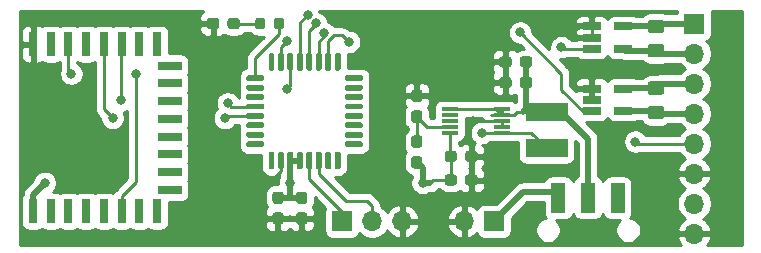
<source format=gbr>
%TF.GenerationSoftware,KiCad,Pcbnew,(5.1.6)-1*%
%TF.CreationDate,2021-07-30T23:56:05+08:00*%
%TF.ProjectId,wireless_measurement_ard,77697265-6c65-4737-935f-6d6561737572,rev?*%
%TF.SameCoordinates,Original*%
%TF.FileFunction,Copper,L1,Top*%
%TF.FilePolarity,Positive*%
%FSLAX46Y46*%
G04 Gerber Fmt 4.6, Leading zero omitted, Abs format (unit mm)*
G04 Created by KiCad (PCBNEW (5.1.6)-1) date 2021-07-30 23:56:05*
%MOMM*%
%LPD*%
G01*
G04 APERTURE LIST*
%TA.AperFunction,SMDPad,CuDef*%
%ADD10R,1.250000X2.500000*%
%TD*%
%TA.AperFunction,SMDPad,CuDef*%
%ADD11R,1.400000X0.300000*%
%TD*%
%TA.AperFunction,ComponentPad*%
%ADD12O,1.700000X1.700000*%
%TD*%
%TA.AperFunction,ComponentPad*%
%ADD13R,1.700000X1.700000*%
%TD*%
%TA.AperFunction,SMDPad,CuDef*%
%ADD14R,3.600000X1.500000*%
%TD*%
%TA.AperFunction,SMDPad,CuDef*%
%ADD15R,1.560000X0.650000*%
%TD*%
%TA.AperFunction,SMDPad,CuDef*%
%ADD16R,2.000000X0.800000*%
%TD*%
%TA.AperFunction,SMDPad,CuDef*%
%ADD17R,0.800000X2.000000*%
%TD*%
%TA.AperFunction,ViaPad*%
%ADD18C,0.800000*%
%TD*%
%TA.AperFunction,Conductor*%
%ADD19C,0.250000*%
%TD*%
%TA.AperFunction,Conductor*%
%ADD20C,0.500000*%
%TD*%
%TA.AperFunction,Conductor*%
%ADD21C,0.254000*%
%TD*%
G04 APERTURE END LIST*
D10*
%TO.P,SW1,3*%
%TO.N,Net-(SW1-Pad3)*%
X168750000Y-91500000D03*
%TO.P,SW1,2*%
%TO.N,VIN*%
X166250000Y-91500000D03*
%TO.P,SW1,1*%
%TO.N,BATT*%
X163750000Y-91500000D03*
%TD*%
D11*
%TO.P,U3,10*%
%TO.N,VIN*%
X158950000Y-84000000D03*
%TO.P,U3,9*%
X158950000Y-84500000D03*
%TO.P,U3,8*%
%TO.N,GND*%
X158950000Y-85000000D03*
%TO.P,U3,7*%
X158950000Y-85500000D03*
%TO.P,U3,6*%
%TO.N,Net-(L1-Pad2)*%
X158950000Y-86000000D03*
%TO.P,U3,5*%
%TO.N,+3V3*%
X154550000Y-86000000D03*
%TO.P,U3,4*%
%TO.N,VFB*%
X154550000Y-85500000D03*
%TO.P,U3,3*%
%TO.N,PGT*%
X154550000Y-85000000D03*
%TO.P,U3,2*%
%TO.N,LBO*%
X154550000Y-84500000D03*
%TO.P,U3,1*%
%TO.N,VIN*%
X154550000Y-84000000D03*
%TD*%
D12*
%TO.P,EFM8_Prog1,3*%
%TO.N,GND*%
X150500000Y-93500000D03*
%TO.P,EFM8_Prog1,2*%
%TO.N,C2D*%
X147960000Y-93500000D03*
D13*
%TO.P,EFM8_Prog1,1*%
%TO.N,C2CK*%
X145420000Y-93500000D03*
%TD*%
%TO.P,U6,32*%
%TO.N,Net-(U6-Pad32)*%
%TA.AperFunction,SMDPad,CuDef*%
G36*
G01*
X138700000Y-87225000D02*
X137450000Y-87225000D01*
G75*
G02*
X137325000Y-87100000I0J125000D01*
G01*
X137325000Y-86850000D01*
G75*
G02*
X137450000Y-86725000I125000J0D01*
G01*
X138700000Y-86725000D01*
G75*
G02*
X138825000Y-86850000I0J-125000D01*
G01*
X138825000Y-87100000D01*
G75*
G02*
X138700000Y-87225000I-125000J0D01*
G01*
G37*
%TD.AperFunction*%
%TO.P,U6,31*%
%TO.N,Net-(U6-Pad31)*%
%TA.AperFunction,SMDPad,CuDef*%
G36*
G01*
X138700000Y-86425000D02*
X137450000Y-86425000D01*
G75*
G02*
X137325000Y-86300000I0J125000D01*
G01*
X137325000Y-86050000D01*
G75*
G02*
X137450000Y-85925000I125000J0D01*
G01*
X138700000Y-85925000D01*
G75*
G02*
X138825000Y-86050000I0J-125000D01*
G01*
X138825000Y-86300000D01*
G75*
G02*
X138700000Y-86425000I-125000J0D01*
G01*
G37*
%TD.AperFunction*%
%TO.P,U6,30*%
%TO.N,Net-(U6-Pad30)*%
%TA.AperFunction,SMDPad,CuDef*%
G36*
G01*
X138700000Y-85625000D02*
X137450000Y-85625000D01*
G75*
G02*
X137325000Y-85500000I0J125000D01*
G01*
X137325000Y-85250000D01*
G75*
G02*
X137450000Y-85125000I125000J0D01*
G01*
X138700000Y-85125000D01*
G75*
G02*
X138825000Y-85250000I0J-125000D01*
G01*
X138825000Y-85500000D01*
G75*
G02*
X138700000Y-85625000I-125000J0D01*
G01*
G37*
%TD.AperFunction*%
%TO.P,U6,29*%
%TO.N,ARD_TX*%
%TA.AperFunction,SMDPad,CuDef*%
G36*
G01*
X138700000Y-84825000D02*
X137450000Y-84825000D01*
G75*
G02*
X137325000Y-84700000I0J125000D01*
G01*
X137325000Y-84450000D01*
G75*
G02*
X137450000Y-84325000I125000J0D01*
G01*
X138700000Y-84325000D01*
G75*
G02*
X138825000Y-84450000I0J-125000D01*
G01*
X138825000Y-84700000D01*
G75*
G02*
X138700000Y-84825000I-125000J0D01*
G01*
G37*
%TD.AperFunction*%
%TO.P,U6,28*%
%TO.N,ARD_RX*%
%TA.AperFunction,SMDPad,CuDef*%
G36*
G01*
X138700000Y-84025000D02*
X137450000Y-84025000D01*
G75*
G02*
X137325000Y-83900000I0J125000D01*
G01*
X137325000Y-83650000D01*
G75*
G02*
X137450000Y-83525000I125000J0D01*
G01*
X138700000Y-83525000D01*
G75*
G02*
X138825000Y-83650000I0J-125000D01*
G01*
X138825000Y-83900000D01*
G75*
G02*
X138700000Y-84025000I-125000J0D01*
G01*
G37*
%TD.AperFunction*%
%TO.P,U6,27*%
%TO.N,Net-(U6-Pad27)*%
%TA.AperFunction,SMDPad,CuDef*%
G36*
G01*
X138700000Y-83225000D02*
X137450000Y-83225000D01*
G75*
G02*
X137325000Y-83100000I0J125000D01*
G01*
X137325000Y-82850000D01*
G75*
G02*
X137450000Y-82725000I125000J0D01*
G01*
X138700000Y-82725000D01*
G75*
G02*
X138825000Y-82850000I0J-125000D01*
G01*
X138825000Y-83100000D01*
G75*
G02*
X138700000Y-83225000I-125000J0D01*
G01*
G37*
%TD.AperFunction*%
%TO.P,U6,26*%
%TO.N,Net-(U6-Pad26)*%
%TA.AperFunction,SMDPad,CuDef*%
G36*
G01*
X138700000Y-82425000D02*
X137450000Y-82425000D01*
G75*
G02*
X137325000Y-82300000I0J125000D01*
G01*
X137325000Y-82050000D01*
G75*
G02*
X137450000Y-81925000I125000J0D01*
G01*
X138700000Y-81925000D01*
G75*
G02*
X138825000Y-82050000I0J-125000D01*
G01*
X138825000Y-82300000D01*
G75*
G02*
X138700000Y-82425000I-125000J0D01*
G01*
G37*
%TD.AperFunction*%
%TO.P,U6,25*%
%TO.N,Net-(D1-Pad2)*%
%TA.AperFunction,SMDPad,CuDef*%
G36*
G01*
X138700000Y-81625000D02*
X137450000Y-81625000D01*
G75*
G02*
X137325000Y-81500000I0J125000D01*
G01*
X137325000Y-81250000D01*
G75*
G02*
X137450000Y-81125000I125000J0D01*
G01*
X138700000Y-81125000D01*
G75*
G02*
X138825000Y-81250000I0J-125000D01*
G01*
X138825000Y-81500000D01*
G75*
G02*
X138700000Y-81625000I-125000J0D01*
G01*
G37*
%TD.AperFunction*%
%TO.P,U6,24*%
%TO.N,Net-(U6-Pad24)*%
%TA.AperFunction,SMDPad,CuDef*%
G36*
G01*
X139575000Y-80750000D02*
X139325000Y-80750000D01*
G75*
G02*
X139200000Y-80625000I0J125000D01*
G01*
X139200000Y-79375000D01*
G75*
G02*
X139325000Y-79250000I125000J0D01*
G01*
X139575000Y-79250000D01*
G75*
G02*
X139700000Y-79375000I0J-125000D01*
G01*
X139700000Y-80625000D01*
G75*
G02*
X139575000Y-80750000I-125000J0D01*
G01*
G37*
%TD.AperFunction*%
%TO.P,U6,23*%
%TO.N,PWRC*%
%TA.AperFunction,SMDPad,CuDef*%
G36*
G01*
X140375000Y-80750000D02*
X140125000Y-80750000D01*
G75*
G02*
X140000000Y-80625000I0J125000D01*
G01*
X140000000Y-79375000D01*
G75*
G02*
X140125000Y-79250000I125000J0D01*
G01*
X140375000Y-79250000D01*
G75*
G02*
X140500000Y-79375000I0J-125000D01*
G01*
X140500000Y-80625000D01*
G75*
G02*
X140375000Y-80750000I-125000J0D01*
G01*
G37*
%TD.AperFunction*%
%TO.P,U6,22*%
%TO.N,STATUS*%
%TA.AperFunction,SMDPad,CuDef*%
G36*
G01*
X141175000Y-80750000D02*
X140925000Y-80750000D01*
G75*
G02*
X140800000Y-80625000I0J125000D01*
G01*
X140800000Y-79375000D01*
G75*
G02*
X140925000Y-79250000I125000J0D01*
G01*
X141175000Y-79250000D01*
G75*
G02*
X141300000Y-79375000I0J-125000D01*
G01*
X141300000Y-80625000D01*
G75*
G02*
X141175000Y-80750000I-125000J0D01*
G01*
G37*
%TD.AperFunction*%
%TO.P,U6,21*%
%TO.N,A3*%
%TA.AperFunction,SMDPad,CuDef*%
G36*
G01*
X141975000Y-80750000D02*
X141725000Y-80750000D01*
G75*
G02*
X141600000Y-80625000I0J125000D01*
G01*
X141600000Y-79375000D01*
G75*
G02*
X141725000Y-79250000I125000J0D01*
G01*
X141975000Y-79250000D01*
G75*
G02*
X142100000Y-79375000I0J-125000D01*
G01*
X142100000Y-80625000D01*
G75*
G02*
X141975000Y-80750000I-125000J0D01*
G01*
G37*
%TD.AperFunction*%
%TO.P,U6,20*%
%TO.N,A2*%
%TA.AperFunction,SMDPad,CuDef*%
G36*
G01*
X142775000Y-80750000D02*
X142525000Y-80750000D01*
G75*
G02*
X142400000Y-80625000I0J125000D01*
G01*
X142400000Y-79375000D01*
G75*
G02*
X142525000Y-79250000I125000J0D01*
G01*
X142775000Y-79250000D01*
G75*
G02*
X142900000Y-79375000I0J-125000D01*
G01*
X142900000Y-80625000D01*
G75*
G02*
X142775000Y-80750000I-125000J0D01*
G01*
G37*
%TD.AperFunction*%
%TO.P,U6,19*%
%TO.N,A1*%
%TA.AperFunction,SMDPad,CuDef*%
G36*
G01*
X143575000Y-80750000D02*
X143325000Y-80750000D01*
G75*
G02*
X143200000Y-80625000I0J125000D01*
G01*
X143200000Y-79375000D01*
G75*
G02*
X143325000Y-79250000I125000J0D01*
G01*
X143575000Y-79250000D01*
G75*
G02*
X143700000Y-79375000I0J-125000D01*
G01*
X143700000Y-80625000D01*
G75*
G02*
X143575000Y-80750000I-125000J0D01*
G01*
G37*
%TD.AperFunction*%
%TO.P,U6,18*%
%TO.N,A0*%
%TA.AperFunction,SMDPad,CuDef*%
G36*
G01*
X144375000Y-80750000D02*
X144125000Y-80750000D01*
G75*
G02*
X144000000Y-80625000I0J125000D01*
G01*
X144000000Y-79375000D01*
G75*
G02*
X144125000Y-79250000I125000J0D01*
G01*
X144375000Y-79250000D01*
G75*
G02*
X144500000Y-79375000I0J-125000D01*
G01*
X144500000Y-80625000D01*
G75*
G02*
X144375000Y-80750000I-125000J0D01*
G01*
G37*
%TD.AperFunction*%
%TO.P,U6,17*%
%TO.N,Net-(U6-Pad17)*%
%TA.AperFunction,SMDPad,CuDef*%
G36*
G01*
X145175000Y-80750000D02*
X144925000Y-80750000D01*
G75*
G02*
X144800000Y-80625000I0J125000D01*
G01*
X144800000Y-79375000D01*
G75*
G02*
X144925000Y-79250000I125000J0D01*
G01*
X145175000Y-79250000D01*
G75*
G02*
X145300000Y-79375000I0J-125000D01*
G01*
X145300000Y-80625000D01*
G75*
G02*
X145175000Y-80750000I-125000J0D01*
G01*
G37*
%TD.AperFunction*%
%TO.P,U6,16*%
%TO.N,Net-(U6-Pad16)*%
%TA.AperFunction,SMDPad,CuDef*%
G36*
G01*
X147050000Y-81625000D02*
X145800000Y-81625000D01*
G75*
G02*
X145675000Y-81500000I0J125000D01*
G01*
X145675000Y-81250000D01*
G75*
G02*
X145800000Y-81125000I125000J0D01*
G01*
X147050000Y-81125000D01*
G75*
G02*
X147175000Y-81250000I0J-125000D01*
G01*
X147175000Y-81500000D01*
G75*
G02*
X147050000Y-81625000I-125000J0D01*
G01*
G37*
%TD.AperFunction*%
%TO.P,U6,15*%
%TO.N,Net-(U6-Pad15)*%
%TA.AperFunction,SMDPad,CuDef*%
G36*
G01*
X147050000Y-82425000D02*
X145800000Y-82425000D01*
G75*
G02*
X145675000Y-82300000I0J125000D01*
G01*
X145675000Y-82050000D01*
G75*
G02*
X145800000Y-81925000I125000J0D01*
G01*
X147050000Y-81925000D01*
G75*
G02*
X147175000Y-82050000I0J-125000D01*
G01*
X147175000Y-82300000D01*
G75*
G02*
X147050000Y-82425000I-125000J0D01*
G01*
G37*
%TD.AperFunction*%
%TO.P,U6,14*%
%TO.N,Net-(U6-Pad14)*%
%TA.AperFunction,SMDPad,CuDef*%
G36*
G01*
X147050000Y-83225000D02*
X145800000Y-83225000D01*
G75*
G02*
X145675000Y-83100000I0J125000D01*
G01*
X145675000Y-82850000D01*
G75*
G02*
X145800000Y-82725000I125000J0D01*
G01*
X147050000Y-82725000D01*
G75*
G02*
X147175000Y-82850000I0J-125000D01*
G01*
X147175000Y-83100000D01*
G75*
G02*
X147050000Y-83225000I-125000J0D01*
G01*
G37*
%TD.AperFunction*%
%TO.P,U6,13*%
%TO.N,Net-(U6-Pad13)*%
%TA.AperFunction,SMDPad,CuDef*%
G36*
G01*
X147050000Y-84025000D02*
X145800000Y-84025000D01*
G75*
G02*
X145675000Y-83900000I0J125000D01*
G01*
X145675000Y-83650000D01*
G75*
G02*
X145800000Y-83525000I125000J0D01*
G01*
X147050000Y-83525000D01*
G75*
G02*
X147175000Y-83650000I0J-125000D01*
G01*
X147175000Y-83900000D01*
G75*
G02*
X147050000Y-84025000I-125000J0D01*
G01*
G37*
%TD.AperFunction*%
%TO.P,U6,12*%
%TO.N,Net-(U6-Pad12)*%
%TA.AperFunction,SMDPad,CuDef*%
G36*
G01*
X147050000Y-84825000D02*
X145800000Y-84825000D01*
G75*
G02*
X145675000Y-84700000I0J125000D01*
G01*
X145675000Y-84450000D01*
G75*
G02*
X145800000Y-84325000I125000J0D01*
G01*
X147050000Y-84325000D01*
G75*
G02*
X147175000Y-84450000I0J-125000D01*
G01*
X147175000Y-84700000D01*
G75*
G02*
X147050000Y-84825000I-125000J0D01*
G01*
G37*
%TD.AperFunction*%
%TO.P,U6,11*%
%TO.N,Net-(U6-Pad11)*%
%TA.AperFunction,SMDPad,CuDef*%
G36*
G01*
X147050000Y-85625000D02*
X145800000Y-85625000D01*
G75*
G02*
X145675000Y-85500000I0J125000D01*
G01*
X145675000Y-85250000D01*
G75*
G02*
X145800000Y-85125000I125000J0D01*
G01*
X147050000Y-85125000D01*
G75*
G02*
X147175000Y-85250000I0J-125000D01*
G01*
X147175000Y-85500000D01*
G75*
G02*
X147050000Y-85625000I-125000J0D01*
G01*
G37*
%TD.AperFunction*%
%TO.P,U6,10*%
%TO.N,Net-(U6-Pad10)*%
%TA.AperFunction,SMDPad,CuDef*%
G36*
G01*
X147050000Y-86425000D02*
X145800000Y-86425000D01*
G75*
G02*
X145675000Y-86300000I0J125000D01*
G01*
X145675000Y-86050000D01*
G75*
G02*
X145800000Y-85925000I125000J0D01*
G01*
X147050000Y-85925000D01*
G75*
G02*
X147175000Y-86050000I0J-125000D01*
G01*
X147175000Y-86300000D01*
G75*
G02*
X147050000Y-86425000I-125000J0D01*
G01*
G37*
%TD.AperFunction*%
%TO.P,U6,9*%
%TO.N,Net-(U6-Pad9)*%
%TA.AperFunction,SMDPad,CuDef*%
G36*
G01*
X147050000Y-87225000D02*
X145800000Y-87225000D01*
G75*
G02*
X145675000Y-87100000I0J125000D01*
G01*
X145675000Y-86850000D01*
G75*
G02*
X145800000Y-86725000I125000J0D01*
G01*
X147050000Y-86725000D01*
G75*
G02*
X147175000Y-86850000I0J-125000D01*
G01*
X147175000Y-87100000D01*
G75*
G02*
X147050000Y-87225000I-125000J0D01*
G01*
G37*
%TD.AperFunction*%
%TO.P,U6,8*%
%TO.N,Net-(U6-Pad8)*%
%TA.AperFunction,SMDPad,CuDef*%
G36*
G01*
X145175000Y-89100000D02*
X144925000Y-89100000D01*
G75*
G02*
X144800000Y-88975000I0J125000D01*
G01*
X144800000Y-87725000D01*
G75*
G02*
X144925000Y-87600000I125000J0D01*
G01*
X145175000Y-87600000D01*
G75*
G02*
X145300000Y-87725000I0J-125000D01*
G01*
X145300000Y-88975000D01*
G75*
G02*
X145175000Y-89100000I-125000J0D01*
G01*
G37*
%TD.AperFunction*%
%TO.P,U6,7*%
%TO.N,Net-(U6-Pad7)*%
%TA.AperFunction,SMDPad,CuDef*%
G36*
G01*
X144375000Y-89100000D02*
X144125000Y-89100000D01*
G75*
G02*
X144000000Y-88975000I0J125000D01*
G01*
X144000000Y-87725000D01*
G75*
G02*
X144125000Y-87600000I125000J0D01*
G01*
X144375000Y-87600000D01*
G75*
G02*
X144500000Y-87725000I0J-125000D01*
G01*
X144500000Y-88975000D01*
G75*
G02*
X144375000Y-89100000I-125000J0D01*
G01*
G37*
%TD.AperFunction*%
%TO.P,U6,6*%
%TO.N,C2D*%
%TA.AperFunction,SMDPad,CuDef*%
G36*
G01*
X143575000Y-89100000D02*
X143325000Y-89100000D01*
G75*
G02*
X143200000Y-88975000I0J125000D01*
G01*
X143200000Y-87725000D01*
G75*
G02*
X143325000Y-87600000I125000J0D01*
G01*
X143575000Y-87600000D01*
G75*
G02*
X143700000Y-87725000I0J-125000D01*
G01*
X143700000Y-88975000D01*
G75*
G02*
X143575000Y-89100000I-125000J0D01*
G01*
G37*
%TD.AperFunction*%
%TO.P,U6,5*%
%TO.N,C2CK*%
%TA.AperFunction,SMDPad,CuDef*%
G36*
G01*
X142775000Y-89100000D02*
X142525000Y-89100000D01*
G75*
G02*
X142400000Y-88975000I0J125000D01*
G01*
X142400000Y-87725000D01*
G75*
G02*
X142525000Y-87600000I125000J0D01*
G01*
X142775000Y-87600000D01*
G75*
G02*
X142900000Y-87725000I0J-125000D01*
G01*
X142900000Y-88975000D01*
G75*
G02*
X142775000Y-89100000I-125000J0D01*
G01*
G37*
%TD.AperFunction*%
%TO.P,U6,4*%
%TO.N,+3V3*%
%TA.AperFunction,SMDPad,CuDef*%
G36*
G01*
X141975000Y-89100000D02*
X141725000Y-89100000D01*
G75*
G02*
X141600000Y-88975000I0J125000D01*
G01*
X141600000Y-87725000D01*
G75*
G02*
X141725000Y-87600000I125000J0D01*
G01*
X141975000Y-87600000D01*
G75*
G02*
X142100000Y-87725000I0J-125000D01*
G01*
X142100000Y-88975000D01*
G75*
G02*
X141975000Y-89100000I-125000J0D01*
G01*
G37*
%TD.AperFunction*%
%TO.P,U6,3*%
%TA.AperFunction,SMDPad,CuDef*%
G36*
G01*
X141175000Y-89100000D02*
X140925000Y-89100000D01*
G75*
G02*
X140800000Y-88975000I0J125000D01*
G01*
X140800000Y-87725000D01*
G75*
G02*
X140925000Y-87600000I125000J0D01*
G01*
X141175000Y-87600000D01*
G75*
G02*
X141300000Y-87725000I0J-125000D01*
G01*
X141300000Y-88975000D01*
G75*
G02*
X141175000Y-89100000I-125000J0D01*
G01*
G37*
%TD.AperFunction*%
%TO.P,U6,2*%
%TO.N,GND*%
%TA.AperFunction,SMDPad,CuDef*%
G36*
G01*
X140375000Y-89100000D02*
X140125000Y-89100000D01*
G75*
G02*
X140000000Y-88975000I0J125000D01*
G01*
X140000000Y-87725000D01*
G75*
G02*
X140125000Y-87600000I125000J0D01*
G01*
X140375000Y-87600000D01*
G75*
G02*
X140500000Y-87725000I0J-125000D01*
G01*
X140500000Y-88975000D01*
G75*
G02*
X140375000Y-89100000I-125000J0D01*
G01*
G37*
%TD.AperFunction*%
%TO.P,U6,1*%
%TO.N,Net-(U6-Pad1)*%
%TA.AperFunction,SMDPad,CuDef*%
G36*
G01*
X139575000Y-89100000D02*
X139325000Y-89100000D01*
G75*
G02*
X139200000Y-88975000I0J125000D01*
G01*
X139200000Y-87725000D01*
G75*
G02*
X139325000Y-87600000I125000J0D01*
G01*
X139575000Y-87600000D01*
G75*
G02*
X139700000Y-87725000I0J-125000D01*
G01*
X139700000Y-88975000D01*
G75*
G02*
X139575000Y-89100000I-125000J0D01*
G01*
G37*
%TD.AperFunction*%
%TD*%
%TO.P,C6,2*%
%TO.N,GND*%
%TA.AperFunction,SMDPad,CuDef*%
G36*
G01*
X141762500Y-92725000D02*
X142237500Y-92725000D01*
G75*
G02*
X142475000Y-92962500I0J-237500D01*
G01*
X142475000Y-93537500D01*
G75*
G02*
X142237500Y-93775000I-237500J0D01*
G01*
X141762500Y-93775000D01*
G75*
G02*
X141525000Y-93537500I0J237500D01*
G01*
X141525000Y-92962500D01*
G75*
G02*
X141762500Y-92725000I237500J0D01*
G01*
G37*
%TD.AperFunction*%
%TO.P,C6,1*%
%TO.N,+3V3*%
%TA.AperFunction,SMDPad,CuDef*%
G36*
G01*
X141762500Y-90975000D02*
X142237500Y-90975000D01*
G75*
G02*
X142475000Y-91212500I0J-237500D01*
G01*
X142475000Y-91787500D01*
G75*
G02*
X142237500Y-92025000I-237500J0D01*
G01*
X141762500Y-92025000D01*
G75*
G02*
X141525000Y-91787500I0J237500D01*
G01*
X141525000Y-91212500D01*
G75*
G02*
X141762500Y-90975000I237500J0D01*
G01*
G37*
%TD.AperFunction*%
%TD*%
%TO.P,C5,2*%
%TO.N,GND*%
%TA.AperFunction,SMDPad,CuDef*%
G36*
G01*
X139762500Y-92725000D02*
X140237500Y-92725000D01*
G75*
G02*
X140475000Y-92962500I0J-237500D01*
G01*
X140475000Y-93537500D01*
G75*
G02*
X140237500Y-93775000I-237500J0D01*
G01*
X139762500Y-93775000D01*
G75*
G02*
X139525000Y-93537500I0J237500D01*
G01*
X139525000Y-92962500D01*
G75*
G02*
X139762500Y-92725000I237500J0D01*
G01*
G37*
%TD.AperFunction*%
%TO.P,C5,1*%
%TO.N,+3V3*%
%TA.AperFunction,SMDPad,CuDef*%
G36*
G01*
X139762500Y-90975000D02*
X140237500Y-90975000D01*
G75*
G02*
X140475000Y-91212500I0J-237500D01*
G01*
X140475000Y-91787500D01*
G75*
G02*
X140237500Y-92025000I-237500J0D01*
G01*
X139762500Y-92025000D01*
G75*
G02*
X139525000Y-91787500I0J237500D01*
G01*
X139525000Y-91212500D01*
G75*
G02*
X139762500Y-90975000I237500J0D01*
G01*
G37*
%TD.AperFunction*%
%TD*%
%TO.P,R5,2*%
%TO.N,VFB*%
%TA.AperFunction,SMDPad,CuDef*%
G36*
G01*
X151512500Y-84100000D02*
X151987500Y-84100000D01*
G75*
G02*
X152225000Y-84337500I0J-237500D01*
G01*
X152225000Y-84912500D01*
G75*
G02*
X151987500Y-85150000I-237500J0D01*
G01*
X151512500Y-85150000D01*
G75*
G02*
X151275000Y-84912500I0J237500D01*
G01*
X151275000Y-84337500D01*
G75*
G02*
X151512500Y-84100000I237500J0D01*
G01*
G37*
%TD.AperFunction*%
%TO.P,R5,1*%
%TO.N,GND*%
%TA.AperFunction,SMDPad,CuDef*%
G36*
G01*
X151512500Y-82350000D02*
X151987500Y-82350000D01*
G75*
G02*
X152225000Y-82587500I0J-237500D01*
G01*
X152225000Y-83162500D01*
G75*
G02*
X151987500Y-83400000I-237500J0D01*
G01*
X151512500Y-83400000D01*
G75*
G02*
X151275000Y-83162500I0J237500D01*
G01*
X151275000Y-82587500D01*
G75*
G02*
X151512500Y-82350000I237500J0D01*
G01*
G37*
%TD.AperFunction*%
%TD*%
%TO.P,R4,2*%
%TO.N,+3V3*%
%TA.AperFunction,SMDPad,CuDef*%
G36*
G01*
X151512500Y-87975000D02*
X151987500Y-87975000D01*
G75*
G02*
X152225000Y-88212500I0J-237500D01*
G01*
X152225000Y-88787500D01*
G75*
G02*
X151987500Y-89025000I-237500J0D01*
G01*
X151512500Y-89025000D01*
G75*
G02*
X151275000Y-88787500I0J237500D01*
G01*
X151275000Y-88212500D01*
G75*
G02*
X151512500Y-87975000I237500J0D01*
G01*
G37*
%TD.AperFunction*%
%TO.P,R4,1*%
%TO.N,VFB*%
%TA.AperFunction,SMDPad,CuDef*%
G36*
G01*
X151512500Y-86225000D02*
X151987500Y-86225000D01*
G75*
G02*
X152225000Y-86462500I0J-237500D01*
G01*
X152225000Y-87037500D01*
G75*
G02*
X151987500Y-87275000I-237500J0D01*
G01*
X151512500Y-87275000D01*
G75*
G02*
X151275000Y-87037500I0J237500D01*
G01*
X151275000Y-86462500D01*
G75*
G02*
X151512500Y-86225000I237500J0D01*
G01*
G37*
%TD.AperFunction*%
%TD*%
D14*
%TO.P,L1,2*%
%TO.N,Net-(L1-Pad2)*%
X162750000Y-87300000D03*
%TO.P,L1,1*%
%TO.N,VIN*%
X162750000Y-84250000D03*
%TD*%
D12*
%TO.P,J1,8*%
%TO.N,GND*%
X175250000Y-94530000D03*
%TO.P,J1,7*%
%TO.N,A3*%
X175250000Y-91990000D03*
%TO.P,J1,6*%
%TO.N,GND*%
X175250000Y-89450000D03*
%TO.P,J1,5*%
%TO.N,A2*%
X175250000Y-86910000D03*
%TO.P,J1,4*%
%TO.N,C2_OUT*%
X175250000Y-84370000D03*
%TO.P,J1,3*%
%TO.N,C2_IN*%
X175250000Y-81830000D03*
%TO.P,J1,2*%
%TO.N,C1_OUT*%
X175250000Y-79290000D03*
D13*
%TO.P,J1,1*%
%TO.N,C1_IN*%
X175250000Y-76750000D03*
%TD*%
%TO.P,C3,2*%
%TO.N,GND*%
%TA.AperFunction,SMDPad,CuDef*%
G36*
G01*
X159775000Y-79762500D02*
X159775000Y-80237500D01*
G75*
G02*
X159537500Y-80475000I-237500J0D01*
G01*
X158962500Y-80475000D01*
G75*
G02*
X158725000Y-80237500I0J237500D01*
G01*
X158725000Y-79762500D01*
G75*
G02*
X158962500Y-79525000I237500J0D01*
G01*
X159537500Y-79525000D01*
G75*
G02*
X159775000Y-79762500I0J-237500D01*
G01*
G37*
%TD.AperFunction*%
%TO.P,C3,1*%
%TO.N,VIN*%
%TA.AperFunction,SMDPad,CuDef*%
G36*
G01*
X161525000Y-79762500D02*
X161525000Y-80237500D01*
G75*
G02*
X161287500Y-80475000I-237500J0D01*
G01*
X160712500Y-80475000D01*
G75*
G02*
X160475000Y-80237500I0J237500D01*
G01*
X160475000Y-79762500D01*
G75*
G02*
X160712500Y-79525000I237500J0D01*
G01*
X161287500Y-79525000D01*
G75*
G02*
X161525000Y-79762500I0J-237500D01*
G01*
G37*
%TD.AperFunction*%
%TD*%
%TO.P,C2,2*%
%TO.N,GND*%
%TA.AperFunction,SMDPad,CuDef*%
G36*
G01*
X155850000Y-90237500D02*
X155850000Y-89762500D01*
G75*
G02*
X156087500Y-89525000I237500J0D01*
G01*
X156662500Y-89525000D01*
G75*
G02*
X156900000Y-89762500I0J-237500D01*
G01*
X156900000Y-90237500D01*
G75*
G02*
X156662500Y-90475000I-237500J0D01*
G01*
X156087500Y-90475000D01*
G75*
G02*
X155850000Y-90237500I0J237500D01*
G01*
G37*
%TD.AperFunction*%
%TO.P,C2,1*%
%TO.N,+3V3*%
%TA.AperFunction,SMDPad,CuDef*%
G36*
G01*
X154100000Y-90237500D02*
X154100000Y-89762500D01*
G75*
G02*
X154337500Y-89525000I237500J0D01*
G01*
X154912500Y-89525000D01*
G75*
G02*
X155150000Y-89762500I0J-237500D01*
G01*
X155150000Y-90237500D01*
G75*
G02*
X154912500Y-90475000I-237500J0D01*
G01*
X154337500Y-90475000D01*
G75*
G02*
X154100000Y-90237500I0J237500D01*
G01*
G37*
%TD.AperFunction*%
%TD*%
D12*
%TO.P,Battery1,2*%
%TO.N,GND*%
X155750000Y-93500000D03*
D13*
%TO.P,Battery1,1*%
%TO.N,BATT*%
X158290000Y-93500000D03*
%TD*%
%TO.P,C4,2*%
%TO.N,GND*%
%TA.AperFunction,SMDPad,CuDef*%
G36*
G01*
X159775000Y-81512500D02*
X159775000Y-81987500D01*
G75*
G02*
X159537500Y-82225000I-237500J0D01*
G01*
X158962500Y-82225000D01*
G75*
G02*
X158725000Y-81987500I0J237500D01*
G01*
X158725000Y-81512500D01*
G75*
G02*
X158962500Y-81275000I237500J0D01*
G01*
X159537500Y-81275000D01*
G75*
G02*
X159775000Y-81512500I0J-237500D01*
G01*
G37*
%TD.AperFunction*%
%TO.P,C4,1*%
%TO.N,VIN*%
%TA.AperFunction,SMDPad,CuDef*%
G36*
G01*
X161525000Y-81512500D02*
X161525000Y-81987500D01*
G75*
G02*
X161287500Y-82225000I-237500J0D01*
G01*
X160712500Y-82225000D01*
G75*
G02*
X160475000Y-81987500I0J237500D01*
G01*
X160475000Y-81512500D01*
G75*
G02*
X160712500Y-81275000I237500J0D01*
G01*
X161287500Y-81275000D01*
G75*
G02*
X161525000Y-81512500I0J-237500D01*
G01*
G37*
%TD.AperFunction*%
%TD*%
%TO.P,C1,2*%
%TO.N,GND*%
%TA.AperFunction,SMDPad,CuDef*%
G36*
G01*
X155850000Y-88237500D02*
X155850000Y-87762500D01*
G75*
G02*
X156087500Y-87525000I237500J0D01*
G01*
X156662500Y-87525000D01*
G75*
G02*
X156900000Y-87762500I0J-237500D01*
G01*
X156900000Y-88237500D01*
G75*
G02*
X156662500Y-88475000I-237500J0D01*
G01*
X156087500Y-88475000D01*
G75*
G02*
X155850000Y-88237500I0J237500D01*
G01*
G37*
%TD.AperFunction*%
%TO.P,C1,1*%
%TO.N,+3V3*%
%TA.AperFunction,SMDPad,CuDef*%
G36*
G01*
X154100000Y-88237500D02*
X154100000Y-87762500D01*
G75*
G02*
X154337500Y-87525000I237500J0D01*
G01*
X154912500Y-87525000D01*
G75*
G02*
X155150000Y-87762500I0J-237500D01*
G01*
X155150000Y-88237500D01*
G75*
G02*
X154912500Y-88475000I-237500J0D01*
G01*
X154337500Y-88475000D01*
G75*
G02*
X154100000Y-88237500I0J237500D01*
G01*
G37*
%TD.AperFunction*%
%TD*%
D15*
%TO.P,U5,5*%
%TO.N,C2_IN*%
X169250000Y-82250000D03*
%TO.P,U5,4*%
%TO.N,C2_OUT*%
X169250000Y-84150000D03*
%TO.P,U5,3*%
%TO.N,A1*%
X166550000Y-84150000D03*
%TO.P,U5,2*%
%TO.N,GND*%
X166550000Y-83200000D03*
%TO.P,U5,1*%
X166550000Y-82250000D03*
%TD*%
%TO.P,U4,5*%
%TO.N,C1_IN*%
X169250000Y-77000000D03*
%TO.P,U4,4*%
%TO.N,C1_OUT*%
X169250000Y-78900000D03*
%TO.P,U4,3*%
%TO.N,A0*%
X166550000Y-78900000D03*
%TO.P,U4,2*%
%TO.N,GND*%
X166550000Y-77950000D03*
%TO.P,U4,1*%
X166550000Y-77000000D03*
%TD*%
D16*
%TO.P,U2,16*%
%TO.N,Net-(U2-Pad16)*%
X130862800Y-80322600D03*
%TO.P,U2,15*%
%TO.N,Net-(U2-Pad15)*%
X130862800Y-81822600D03*
%TO.P,U2,14*%
%TO.N,Net-(U2-Pad14)*%
X130862800Y-83322600D03*
%TO.P,U2,13*%
%TO.N,Net-(U2-Pad13)*%
X130862800Y-84822600D03*
%TO.P,U2,12*%
%TO.N,Net-(U2-Pad12)*%
X130862800Y-86322600D03*
%TO.P,U2,11*%
%TO.N,Net-(U2-Pad11)*%
X130862800Y-87822600D03*
%TO.P,U2,10*%
%TO.N,Net-(U2-Pad10)*%
X130862800Y-89322600D03*
D17*
%TO.P,U2,8*%
%TO.N,Net-(U2-Pad8)*%
X129762800Y-92642600D03*
%TO.P,U2,17*%
%TO.N,Net-(U2-Pad17)*%
X129762800Y-78502600D03*
%TO.P,U2,18*%
%TO.N,Net-(U2-Pad18)*%
X128262800Y-78502600D03*
%TO.P,U2,7*%
%TO.N,Net-(U2-Pad7)*%
X128262800Y-92642600D03*
%TO.P,U2,6*%
%TO.N,STATUS*%
X126762800Y-92642600D03*
%TO.P,U2,19*%
%TO.N,ARD_RX*%
X126762800Y-78502600D03*
%TO.P,U2,20*%
%TO.N,ARD_TX*%
X125262800Y-78502600D03*
%TO.P,U2,5*%
%TO.N,N/C*%
X125262800Y-92642600D03*
%TO.P,U2,4*%
X123762800Y-92642600D03*
%TO.P,U2,21*%
%TO.N,Net-(U2-Pad21)*%
X123762800Y-78502600D03*
%TO.P,U2,22*%
%TO.N,PWRC*%
X122262800Y-78502600D03*
%TO.P,U2,3*%
%TO.N,Net-(U2-Pad3)*%
X122262800Y-92642600D03*
%TO.P,U2,2*%
%TO.N,Net-(U2-Pad2)*%
X120762800Y-92642600D03*
%TO.P,U2,23*%
%TO.N,Net-(U2-Pad23)*%
X120762800Y-78502600D03*
%TO.P,U2,24*%
%TO.N,GND*%
X119262800Y-78502600D03*
D16*
%TO.P,U2,9*%
%TO.N,Net-(U2-Pad9)*%
X130862800Y-90822600D03*
D17*
%TO.P,U2,1*%
%TO.N,+3V3*%
X119262800Y-92642600D03*
%TD*%
%TO.P,R2,2*%
%TO.N,C1_OUT*%
%TA.AperFunction,SMDPad,CuDef*%
G36*
G01*
X171549999Y-78475000D02*
X172450001Y-78475000D01*
G75*
G02*
X172700000Y-78724999I0J-249999D01*
G01*
X172700000Y-79375001D01*
G75*
G02*
X172450001Y-79625000I-249999J0D01*
G01*
X171549999Y-79625000D01*
G75*
G02*
X171300000Y-79375001I0J249999D01*
G01*
X171300000Y-78724999D01*
G75*
G02*
X171549999Y-78475000I249999J0D01*
G01*
G37*
%TD.AperFunction*%
%TO.P,R2,1*%
%TO.N,C1_IN*%
%TA.AperFunction,SMDPad,CuDef*%
G36*
G01*
X171549999Y-76425000D02*
X172450001Y-76425000D01*
G75*
G02*
X172700000Y-76674999I0J-249999D01*
G01*
X172700000Y-77325001D01*
G75*
G02*
X172450001Y-77575000I-249999J0D01*
G01*
X171549999Y-77575000D01*
G75*
G02*
X171300000Y-77325001I0J249999D01*
G01*
X171300000Y-76674999D01*
G75*
G02*
X171549999Y-76425000I249999J0D01*
G01*
G37*
%TD.AperFunction*%
%TD*%
%TO.P,R1,2*%
%TO.N,C2_OUT*%
%TA.AperFunction,SMDPad,CuDef*%
G36*
G01*
X171549999Y-83700000D02*
X172450001Y-83700000D01*
G75*
G02*
X172700000Y-83949999I0J-249999D01*
G01*
X172700000Y-84600001D01*
G75*
G02*
X172450001Y-84850000I-249999J0D01*
G01*
X171549999Y-84850000D01*
G75*
G02*
X171300000Y-84600001I0J249999D01*
G01*
X171300000Y-83949999D01*
G75*
G02*
X171549999Y-83700000I249999J0D01*
G01*
G37*
%TD.AperFunction*%
%TO.P,R1,1*%
%TO.N,C2_IN*%
%TA.AperFunction,SMDPad,CuDef*%
G36*
G01*
X171549999Y-81650000D02*
X172450001Y-81650000D01*
G75*
G02*
X172700000Y-81899999I0J-249999D01*
G01*
X172700000Y-82550001D01*
G75*
G02*
X172450001Y-82800000I-249999J0D01*
G01*
X171549999Y-82800000D01*
G75*
G02*
X171300000Y-82550001I0J249999D01*
G01*
X171300000Y-81899999D01*
G75*
G02*
X171549999Y-81650000I249999J0D01*
G01*
G37*
%TD.AperFunction*%
%TD*%
%TO.P,D1,1*%
%TO.N,Net-(D1-Pad1)*%
%TA.AperFunction,SMDPad,CuDef*%
G36*
G01*
X138062500Y-77006250D02*
X138062500Y-76493750D01*
G75*
G02*
X138281250Y-76275000I218750J0D01*
G01*
X138718750Y-76275000D01*
G75*
G02*
X138937500Y-76493750I0J-218750D01*
G01*
X138937500Y-77006250D01*
G75*
G02*
X138718750Y-77225000I-218750J0D01*
G01*
X138281250Y-77225000D01*
G75*
G02*
X138062500Y-77006250I0J218750D01*
G01*
G37*
%TD.AperFunction*%
%TO.P,D1,2*%
%TO.N,Net-(D1-Pad2)*%
%TA.AperFunction,SMDPad,CuDef*%
G36*
G01*
X139637500Y-77006250D02*
X139637500Y-76493750D01*
G75*
G02*
X139856250Y-76275000I218750J0D01*
G01*
X140293750Y-76275000D01*
G75*
G02*
X140512500Y-76493750I0J-218750D01*
G01*
X140512500Y-77006250D01*
G75*
G02*
X140293750Y-77225000I-218750J0D01*
G01*
X139856250Y-77225000D01*
G75*
G02*
X139637500Y-77006250I0J218750D01*
G01*
G37*
%TD.AperFunction*%
%TD*%
%TO.P,R3,1*%
%TO.N,Net-(D1-Pad1)*%
%TA.AperFunction,SMDPad,CuDef*%
G36*
G01*
X136775000Y-76512500D02*
X136775000Y-76987500D01*
G75*
G02*
X136537500Y-77225000I-237500J0D01*
G01*
X135962500Y-77225000D01*
G75*
G02*
X135725000Y-76987500I0J237500D01*
G01*
X135725000Y-76512500D01*
G75*
G02*
X135962500Y-76275000I237500J0D01*
G01*
X136537500Y-76275000D01*
G75*
G02*
X136775000Y-76512500I0J-237500D01*
G01*
G37*
%TD.AperFunction*%
%TO.P,R3,2*%
%TO.N,GND*%
%TA.AperFunction,SMDPad,CuDef*%
G36*
G01*
X135025000Y-76512500D02*
X135025000Y-76987500D01*
G75*
G02*
X134787500Y-77225000I-237500J0D01*
G01*
X134212500Y-77225000D01*
G75*
G02*
X133975000Y-76987500I0J237500D01*
G01*
X133975000Y-76512500D01*
G75*
G02*
X134212500Y-76275000I237500J0D01*
G01*
X134787500Y-76275000D01*
G75*
G02*
X135025000Y-76512500I0J-237500D01*
G01*
G37*
%TD.AperFunction*%
%TD*%
D18*
%TO.N,A2*%
X143237347Y-76737347D03*
X170250000Y-86750000D03*
%TO.N,GND*%
X156500000Y-85000000D03*
%TO.N,A3*%
X142500000Y-76000000D03*
%TO.N,+3V3*%
X120250000Y-90250000D03*
X152250000Y-90250000D03*
X141000000Y-90250000D03*
%TO.N,ARD_RX*%
X135750000Y-83500000D03*
X126750000Y-83250000D03*
%TO.N,A1*%
X143899462Y-77575232D03*
X160500000Y-77500000D03*
%TO.N,A0*%
X146000000Y-78300232D03*
X164000000Y-78750006D03*
%TO.N,PWRC*%
X122500000Y-81000000D03*
X140750000Y-78250000D03*
%TO.N,ARD_TX*%
X126000000Y-84750000D03*
X135500000Y-84750000D03*
%TO.N,Net-(L1-Pad2)*%
X157250000Y-86000000D03*
%TO.N,STATUS*%
X128000000Y-81000000D03*
X140750000Y-82250000D03*
%TD*%
D19*
%TO.N,A2*%
X142650000Y-80000000D02*
X142650000Y-77350000D01*
X142650000Y-77350000D02*
X143250000Y-76750000D01*
X143250000Y-76750000D02*
X143237347Y-76737347D01*
X175250000Y-86910000D02*
X170410000Y-86910000D01*
X170410000Y-86910000D02*
X170250000Y-86750000D01*
%TO.N,GND*%
X140250000Y-88350000D02*
X140250000Y-89250000D01*
X140250000Y-89250000D02*
X139750000Y-89750000D01*
X158950000Y-85000000D02*
X156500000Y-85000000D01*
X158950000Y-85500000D02*
X158950000Y-85000000D01*
X166550000Y-77000000D02*
X166550000Y-77950000D01*
D20*
X166550000Y-82250000D02*
X165250000Y-82250000D01*
X166550000Y-77950000D02*
X165050000Y-77950000D01*
X166550000Y-77000000D02*
X165000000Y-77000000D01*
X166550000Y-82250000D02*
X166550000Y-83200000D01*
D19*
%TO.N,A3*%
X141850000Y-80000000D02*
X141850000Y-76650000D01*
X141850000Y-76650000D02*
X142500000Y-76000000D01*
D20*
%TO.N,+3V3*%
X141850000Y-88350000D02*
X141050000Y-88350000D01*
X141050000Y-91450000D02*
X141000000Y-91500000D01*
X140000000Y-91500000D02*
X141000000Y-91500000D01*
X141000000Y-91500000D02*
X142000000Y-91500000D01*
X119262800Y-92642600D02*
X119262800Y-91237200D01*
X119262800Y-91237200D02*
X120250000Y-90250000D01*
X152250000Y-90250000D02*
X152900001Y-90250000D01*
X152250000Y-89000000D02*
X151750000Y-88500000D01*
X152250000Y-90250000D02*
X152250000Y-89000000D01*
D19*
X154550000Y-87925000D02*
X154625000Y-88000000D01*
X154550000Y-86000000D02*
X154550000Y-87925000D01*
X154625000Y-88000000D02*
X154625000Y-90000000D01*
X153150001Y-90000000D02*
X152900001Y-90250000D01*
X154625000Y-90000000D02*
X153150001Y-90000000D01*
X141050000Y-90450000D02*
X141050000Y-90300000D01*
X141050000Y-90300000D02*
X141000000Y-90250000D01*
D20*
X141050000Y-90450000D02*
X141050000Y-91450000D01*
X141050000Y-88350000D02*
X141050000Y-90450000D01*
D19*
%TO.N,ARD_RX*%
X138075000Y-83775000D02*
X136025000Y-83775000D01*
X136025000Y-83775000D02*
X135750000Y-83500000D01*
X126750000Y-78515400D02*
X126762800Y-78502600D01*
X126750000Y-83250000D02*
X126750000Y-78515400D01*
%TO.N,A1*%
X143450000Y-78300000D02*
X144000000Y-77750000D01*
X143450000Y-80000000D02*
X143450000Y-78300000D01*
X144000000Y-77750000D02*
X144000000Y-77675770D01*
X144000000Y-77675770D02*
X143899462Y-77575232D01*
X165809998Y-84150000D02*
X166550000Y-84150000D01*
X164000000Y-82340002D02*
X165809998Y-84150000D01*
X160500000Y-77500000D02*
X164000000Y-81000000D01*
X164000000Y-81000000D02*
X164000000Y-82340002D01*
%TO.N,A0*%
X144250000Y-80000000D02*
X144250000Y-78250000D01*
X144250000Y-78250000D02*
X144750000Y-77750000D01*
X144750000Y-77750000D02*
X145449768Y-77750000D01*
X145449768Y-77750000D02*
X146000000Y-78300232D01*
X164149994Y-78900000D02*
X164000000Y-78750006D01*
X166550000Y-78900000D02*
X164149994Y-78900000D01*
%TO.N,PWRC*%
X122262800Y-78502600D02*
X122262800Y-80762800D01*
X122262800Y-80762800D02*
X122500000Y-81000000D01*
X140250000Y-78750000D02*
X140250000Y-80000000D01*
X140750000Y-78250000D02*
X140250000Y-78750000D01*
%TO.N,ARD_TX*%
X125262800Y-78502600D02*
X125262800Y-84012800D01*
X125262800Y-84012800D02*
X126000000Y-84750000D01*
X135675000Y-84575000D02*
X135500000Y-84750000D01*
X138075000Y-84575000D02*
X135675000Y-84575000D01*
D20*
%TO.N,BATT*%
X158290000Y-93500000D02*
X158500000Y-93500000D01*
D19*
%TO.N,VIN*%
X158950000Y-84500000D02*
X160000000Y-84500000D01*
X158950000Y-84500000D02*
X158000000Y-84500000D01*
X158950000Y-84000000D02*
X158950000Y-84500000D01*
X158450000Y-84000000D02*
X158950000Y-84500000D01*
X154550000Y-84000000D02*
X158450000Y-84000000D01*
X160250000Y-84250000D02*
X160000000Y-84500000D01*
D20*
X164000000Y-84250000D02*
X162750000Y-84250000D01*
X166250000Y-86500000D02*
X164000000Y-84250000D01*
X161000000Y-80000000D02*
X161000000Y-81750000D01*
X161000000Y-84000000D02*
X160750000Y-84250000D01*
X161000000Y-81750000D02*
X161000000Y-84000000D01*
D19*
X162750000Y-84250000D02*
X160750000Y-84250000D01*
X160750000Y-84250000D02*
X160250000Y-84250000D01*
D20*
X166250000Y-91500000D02*
X166250000Y-90500000D01*
X166250000Y-91000000D02*
X166250000Y-90500000D01*
X166250000Y-90500000D02*
X166250000Y-86500000D01*
%TO.N,C2_OUT*%
X171875000Y-84150000D02*
X172000000Y-84275000D01*
X169250000Y-84150000D02*
X171875000Y-84150000D01*
X172095000Y-84370000D02*
X172000000Y-84275000D01*
X175250000Y-84370000D02*
X172095000Y-84370000D01*
%TO.N,C2_IN*%
X172395000Y-81830000D02*
X172000000Y-82225000D01*
X175250000Y-81830000D02*
X172395000Y-81830000D01*
X169275000Y-82225000D02*
X169250000Y-82250000D01*
X172000000Y-82225000D02*
X169275000Y-82225000D01*
%TO.N,C1_OUT*%
X172240000Y-79290000D02*
X172000000Y-79050000D01*
X175250000Y-79290000D02*
X172240000Y-79290000D01*
X169400000Y-79050000D02*
X169250000Y-78900000D01*
X172000000Y-79050000D02*
X169400000Y-79050000D01*
%TO.N,C1_IN*%
X172250000Y-76750000D02*
X172000000Y-77000000D01*
X175250000Y-76750000D02*
X172250000Y-76750000D01*
X172000000Y-77000000D02*
X169250000Y-77000000D01*
D19*
%TO.N,Net-(L1-Pad2)*%
X158950000Y-86000000D02*
X157250000Y-86000000D01*
X161450000Y-86000000D02*
X162750000Y-87300000D01*
X158950000Y-86000000D02*
X161450000Y-86000000D01*
%TO.N,VFB*%
X151750000Y-84625000D02*
X151750000Y-86750000D01*
X152625000Y-85500000D02*
X151750000Y-84625000D01*
X154550000Y-85500000D02*
X152625000Y-85500000D01*
%TO.N,STATUS*%
X126762800Y-91392600D02*
X128000000Y-90155400D01*
X126762800Y-92642600D02*
X126762800Y-91392600D01*
X128000000Y-90155400D02*
X128000000Y-81000000D01*
X141050000Y-81950000D02*
X140750000Y-82250000D01*
X141050000Y-80000000D02*
X141050000Y-81950000D01*
%TO.N,C2D*%
X143450000Y-88350000D02*
X143450000Y-89450000D01*
X143450000Y-89450000D02*
X145750000Y-91750000D01*
X145750000Y-91750000D02*
X147500000Y-91750000D01*
X147960000Y-92210000D02*
X147500000Y-91750000D01*
X147960000Y-93500000D02*
X147960000Y-92210000D01*
%TO.N,C2CK*%
X142650000Y-88350000D02*
X142650000Y-89900000D01*
X145420000Y-92670000D02*
X145420000Y-93500000D01*
X142650000Y-89900000D02*
X145420000Y-92670000D01*
%TO.N,Net-(D1-Pad1)*%
X138500000Y-76750000D02*
X136250000Y-76750000D01*
%TO.N,Net-(D1-Pad2)*%
X138075000Y-81375000D02*
X138075000Y-79675000D01*
X140075000Y-77675000D02*
X140075000Y-76750000D01*
X138075000Y-79675000D02*
X140075000Y-77675000D01*
D20*
%TO.N,BATT*%
X158290000Y-93500000D02*
X158290000Y-93460000D01*
X158290000Y-93460000D02*
X160750000Y-91000000D01*
X163750000Y-91250000D02*
X163500000Y-91000000D01*
X163750000Y-91500000D02*
X163750000Y-91250000D01*
X160750000Y-91000000D02*
X163500000Y-91000000D01*
X163500000Y-91000000D02*
X163750000Y-91000000D01*
%TD*%
D21*
%TO.N,GND*%
G36*
X133620506Y-75744463D02*
G01*
X133523815Y-75823815D01*
X133444463Y-75920506D01*
X133385498Y-76030820D01*
X133349188Y-76150518D01*
X133336928Y-76275000D01*
X133340000Y-76464250D01*
X133498750Y-76623000D01*
X134373000Y-76623000D01*
X134373000Y-76603000D01*
X134627000Y-76603000D01*
X134627000Y-76623000D01*
X134647000Y-76623000D01*
X134647000Y-76877000D01*
X134627000Y-76877000D01*
X134627000Y-77701250D01*
X134785750Y-77860000D01*
X135025000Y-77863072D01*
X135149482Y-77850812D01*
X135269180Y-77814502D01*
X135379494Y-77755537D01*
X135452161Y-77695901D01*
X135476058Y-77715512D01*
X135627433Y-77796423D01*
X135791684Y-77846248D01*
X135962500Y-77863072D01*
X136537500Y-77863072D01*
X136708316Y-77846248D01*
X136872567Y-77796423D01*
X137023942Y-77715512D01*
X137156623Y-77606623D01*
X137235920Y-77510000D01*
X137591582Y-77510000D01*
X137675385Y-77612115D01*
X137805225Y-77718671D01*
X137953358Y-77797850D01*
X138114092Y-77846608D01*
X138281250Y-77863072D01*
X138718750Y-77863072D01*
X138822328Y-77852870D01*
X137563998Y-79111201D01*
X137535000Y-79134999D01*
X137511202Y-79163997D01*
X137511201Y-79163998D01*
X137440026Y-79250724D01*
X137369454Y-79382754D01*
X137353224Y-79436260D01*
X137325998Y-79526014D01*
X137323247Y-79553943D01*
X137311324Y-79675000D01*
X137315001Y-79712332D01*
X137315001Y-80500224D01*
X137301132Y-80501590D01*
X137157985Y-80545013D01*
X137026060Y-80615529D01*
X136910427Y-80710427D01*
X136815529Y-80826060D01*
X136745013Y-80957985D01*
X136701590Y-81101132D01*
X136686928Y-81250000D01*
X136686928Y-81500000D01*
X136701590Y-81648868D01*
X136739852Y-81775000D01*
X136701590Y-81901132D01*
X136686928Y-82050000D01*
X136686928Y-82300000D01*
X136701590Y-82448868D01*
X136739852Y-82575000D01*
X136701590Y-82701132D01*
X136686928Y-82850000D01*
X136686928Y-83015000D01*
X136669382Y-83015000D01*
X136667205Y-83009744D01*
X136553937Y-82840226D01*
X136409774Y-82696063D01*
X136240256Y-82582795D01*
X136051898Y-82504774D01*
X135851939Y-82465000D01*
X135648061Y-82465000D01*
X135448102Y-82504774D01*
X135259744Y-82582795D01*
X135090226Y-82696063D01*
X134946063Y-82840226D01*
X134832795Y-83009744D01*
X134754774Y-83198102D01*
X134715000Y-83398061D01*
X134715000Y-83601939D01*
X134754774Y-83801898D01*
X134822028Y-83964261D01*
X134696063Y-84090226D01*
X134582795Y-84259744D01*
X134504774Y-84448102D01*
X134465000Y-84648061D01*
X134465000Y-84851939D01*
X134504774Y-85051898D01*
X134582795Y-85240256D01*
X134696063Y-85409774D01*
X134840226Y-85553937D01*
X135009744Y-85667205D01*
X135198102Y-85745226D01*
X135398061Y-85785000D01*
X135601939Y-85785000D01*
X135801898Y-85745226D01*
X135990256Y-85667205D01*
X136159774Y-85553937D01*
X136303937Y-85409774D01*
X136353899Y-85335000D01*
X136686928Y-85335000D01*
X136686928Y-85500000D01*
X136701590Y-85648868D01*
X136739852Y-85775000D01*
X136701590Y-85901132D01*
X136686928Y-86050000D01*
X136686928Y-86300000D01*
X136701590Y-86448868D01*
X136739852Y-86575000D01*
X136701590Y-86701132D01*
X136686928Y-86850000D01*
X136686928Y-87100000D01*
X136701590Y-87248868D01*
X136745013Y-87392015D01*
X136815529Y-87523940D01*
X136910427Y-87639573D01*
X137026060Y-87734471D01*
X137157985Y-87804987D01*
X137301132Y-87848410D01*
X137450000Y-87863072D01*
X138561928Y-87863072D01*
X138561928Y-88975000D01*
X138576590Y-89123868D01*
X138620013Y-89267015D01*
X138690529Y-89398940D01*
X138785427Y-89514573D01*
X138901060Y-89609471D01*
X139032985Y-89679987D01*
X139176132Y-89723410D01*
X139325000Y-89738072D01*
X139575000Y-89738072D01*
X139723868Y-89723410D01*
X139796139Y-89701487D01*
X139866227Y-89723891D01*
X139968250Y-89735000D01*
X140122998Y-89580252D01*
X140122998Y-89699576D01*
X140082795Y-89759744D01*
X140004774Y-89948102D01*
X139965000Y-90148061D01*
X139965000Y-90336928D01*
X139762500Y-90336928D01*
X139591684Y-90353752D01*
X139427433Y-90403577D01*
X139276058Y-90484488D01*
X139143377Y-90593377D01*
X139034488Y-90726058D01*
X138953577Y-90877433D01*
X138903752Y-91041684D01*
X138886928Y-91212500D01*
X138886928Y-91787500D01*
X138903752Y-91958316D01*
X138953577Y-92122567D01*
X139034488Y-92273942D01*
X139054099Y-92297839D01*
X138994463Y-92370506D01*
X138935498Y-92480820D01*
X138899188Y-92600518D01*
X138886928Y-92725000D01*
X138890000Y-92964250D01*
X139048750Y-93123000D01*
X139873000Y-93123000D01*
X139873000Y-93103000D01*
X140127000Y-93103000D01*
X140127000Y-93123000D01*
X140951250Y-93123000D01*
X141000000Y-93074250D01*
X141048750Y-93123000D01*
X141873000Y-93123000D01*
X141873000Y-93103000D01*
X142127000Y-93103000D01*
X142127000Y-93123000D01*
X142951250Y-93123000D01*
X143110000Y-92964250D01*
X143113072Y-92725000D01*
X143100812Y-92600518D01*
X143064502Y-92480820D01*
X143005537Y-92370506D01*
X142945901Y-92297839D01*
X142965512Y-92273942D01*
X143046423Y-92122567D01*
X143096248Y-91958316D01*
X143113072Y-91787500D01*
X143113072Y-91437873D01*
X144015512Y-92340314D01*
X143980498Y-92405820D01*
X143944188Y-92525518D01*
X143931928Y-92650000D01*
X143931928Y-94350000D01*
X143944188Y-94474482D01*
X143980498Y-94594180D01*
X144039463Y-94704494D01*
X144118815Y-94801185D01*
X144215506Y-94880537D01*
X144325820Y-94939502D01*
X144445518Y-94975812D01*
X144570000Y-94988072D01*
X146270000Y-94988072D01*
X146394482Y-94975812D01*
X146514180Y-94939502D01*
X146624494Y-94880537D01*
X146721185Y-94801185D01*
X146800537Y-94704494D01*
X146859502Y-94594180D01*
X146881513Y-94521620D01*
X147013368Y-94653475D01*
X147256589Y-94815990D01*
X147526842Y-94927932D01*
X147813740Y-94985000D01*
X148106260Y-94985000D01*
X148393158Y-94927932D01*
X148663411Y-94815990D01*
X148906632Y-94653475D01*
X149113475Y-94446632D01*
X149235195Y-94264466D01*
X149304822Y-94381355D01*
X149499731Y-94597588D01*
X149733080Y-94771641D01*
X149995901Y-94896825D01*
X150143110Y-94941476D01*
X150373000Y-94820155D01*
X150373000Y-93627000D01*
X150627000Y-93627000D01*
X150627000Y-94820155D01*
X150856890Y-94941476D01*
X151004099Y-94896825D01*
X151266920Y-94771641D01*
X151500269Y-94597588D01*
X151695178Y-94381355D01*
X151844157Y-94131252D01*
X151941481Y-93856891D01*
X154308519Y-93856891D01*
X154405843Y-94131252D01*
X154554822Y-94381355D01*
X154749731Y-94597588D01*
X154983080Y-94771641D01*
X155245901Y-94896825D01*
X155393110Y-94941476D01*
X155623000Y-94820155D01*
X155623000Y-93627000D01*
X154429186Y-93627000D01*
X154308519Y-93856891D01*
X151941481Y-93856891D01*
X151820814Y-93627000D01*
X150627000Y-93627000D01*
X150373000Y-93627000D01*
X150353000Y-93627000D01*
X150353000Y-93373000D01*
X150373000Y-93373000D01*
X150373000Y-92179845D01*
X150627000Y-92179845D01*
X150627000Y-93373000D01*
X151820814Y-93373000D01*
X151941481Y-93143109D01*
X154308519Y-93143109D01*
X154429186Y-93373000D01*
X155623000Y-93373000D01*
X155623000Y-92179845D01*
X155393110Y-92058524D01*
X155245901Y-92103175D01*
X154983080Y-92228359D01*
X154749731Y-92402412D01*
X154554822Y-92618645D01*
X154405843Y-92868748D01*
X154308519Y-93143109D01*
X151941481Y-93143109D01*
X151844157Y-92868748D01*
X151695178Y-92618645D01*
X151500269Y-92402412D01*
X151266920Y-92228359D01*
X151004099Y-92103175D01*
X150856890Y-92058524D01*
X150627000Y-92179845D01*
X150373000Y-92179845D01*
X150143110Y-92058524D01*
X149995901Y-92103175D01*
X149733080Y-92228359D01*
X149499731Y-92402412D01*
X149304822Y-92618645D01*
X149235195Y-92735534D01*
X149113475Y-92553368D01*
X148906632Y-92346525D01*
X148722356Y-92223396D01*
X148723676Y-92209999D01*
X148720000Y-92172676D01*
X148720000Y-92172667D01*
X148709003Y-92061014D01*
X148665546Y-91917753D01*
X148594974Y-91785724D01*
X148500001Y-91669999D01*
X148470997Y-91646196D01*
X148063804Y-91239003D01*
X148040001Y-91209999D01*
X147924276Y-91115026D01*
X147792247Y-91044454D01*
X147648986Y-91000997D01*
X147537333Y-90990000D01*
X147537322Y-90990000D01*
X147500000Y-90986324D01*
X147462678Y-90990000D01*
X146064802Y-90990000D01*
X144800624Y-89725822D01*
X144925000Y-89738072D01*
X145175000Y-89738072D01*
X145323868Y-89723410D01*
X145467015Y-89679987D01*
X145598940Y-89609471D01*
X145714573Y-89514573D01*
X145809471Y-89398940D01*
X145879987Y-89267015D01*
X145923410Y-89123868D01*
X145938072Y-88975000D01*
X145938072Y-87863072D01*
X147050000Y-87863072D01*
X147198868Y-87848410D01*
X147342015Y-87804987D01*
X147473940Y-87734471D01*
X147589573Y-87639573D01*
X147684471Y-87523940D01*
X147754987Y-87392015D01*
X147798410Y-87248868D01*
X147813072Y-87100000D01*
X147813072Y-86850000D01*
X147798410Y-86701132D01*
X147760148Y-86575000D01*
X147798410Y-86448868D01*
X147813072Y-86300000D01*
X147813072Y-86050000D01*
X147798410Y-85901132D01*
X147760148Y-85775000D01*
X147798410Y-85648868D01*
X147813072Y-85500000D01*
X147813072Y-85250000D01*
X147798410Y-85101132D01*
X147760148Y-84975000D01*
X147798410Y-84848868D01*
X147813072Y-84700000D01*
X147813072Y-84450000D01*
X147798410Y-84301132D01*
X147760148Y-84175000D01*
X147798410Y-84048868D01*
X147813072Y-83900000D01*
X147813072Y-83650000D01*
X147798410Y-83501132D01*
X147760148Y-83375000D01*
X147798410Y-83248868D01*
X147813072Y-83100000D01*
X147813072Y-82850000D01*
X147798410Y-82701132D01*
X147760148Y-82575000D01*
X147798410Y-82448868D01*
X147808147Y-82350000D01*
X150636928Y-82350000D01*
X150640000Y-82589250D01*
X150798750Y-82748000D01*
X151623000Y-82748000D01*
X151623000Y-81873750D01*
X151877000Y-81873750D01*
X151877000Y-82748000D01*
X152701250Y-82748000D01*
X152860000Y-82589250D01*
X152863072Y-82350000D01*
X152850812Y-82225518D01*
X152850655Y-82225000D01*
X158086928Y-82225000D01*
X158099188Y-82349482D01*
X158135498Y-82469180D01*
X158194463Y-82579494D01*
X158273815Y-82676185D01*
X158370506Y-82755537D01*
X158480820Y-82814502D01*
X158600518Y-82850812D01*
X158725000Y-82863072D01*
X158964250Y-82860000D01*
X159123000Y-82701250D01*
X159123000Y-81877000D01*
X158248750Y-81877000D01*
X158090000Y-82035750D01*
X158086928Y-82225000D01*
X152850655Y-82225000D01*
X152814502Y-82105820D01*
X152755537Y-81995506D01*
X152676185Y-81898815D01*
X152579494Y-81819463D01*
X152469180Y-81760498D01*
X152349482Y-81724188D01*
X152225000Y-81711928D01*
X152035750Y-81715000D01*
X151877000Y-81873750D01*
X151623000Y-81873750D01*
X151464250Y-81715000D01*
X151275000Y-81711928D01*
X151150518Y-81724188D01*
X151030820Y-81760498D01*
X150920506Y-81819463D01*
X150823815Y-81898815D01*
X150744463Y-81995506D01*
X150685498Y-82105820D01*
X150649188Y-82225518D01*
X150636928Y-82350000D01*
X147808147Y-82350000D01*
X147813072Y-82300000D01*
X147813072Y-82050000D01*
X147798410Y-81901132D01*
X147760148Y-81775000D01*
X147798410Y-81648868D01*
X147813072Y-81500000D01*
X147813072Y-81250000D01*
X147798410Y-81101132D01*
X147754987Y-80957985D01*
X147684471Y-80826060D01*
X147589573Y-80710427D01*
X147473940Y-80615529D01*
X147342015Y-80545013D01*
X147198868Y-80501590D01*
X147050000Y-80486928D01*
X145938072Y-80486928D01*
X145938072Y-80475000D01*
X158086928Y-80475000D01*
X158099188Y-80599482D01*
X158135498Y-80719180D01*
X158194463Y-80829494D01*
X158231809Y-80875000D01*
X158194463Y-80920506D01*
X158135498Y-81030820D01*
X158099188Y-81150518D01*
X158086928Y-81275000D01*
X158090000Y-81464250D01*
X158248750Y-81623000D01*
X159123000Y-81623000D01*
X159123000Y-80127000D01*
X158248750Y-80127000D01*
X158090000Y-80285750D01*
X158086928Y-80475000D01*
X145938072Y-80475000D01*
X145938072Y-79525000D01*
X158086928Y-79525000D01*
X158090000Y-79714250D01*
X158248750Y-79873000D01*
X159123000Y-79873000D01*
X159123000Y-79048750D01*
X158964250Y-78890000D01*
X158725000Y-78886928D01*
X158600518Y-78899188D01*
X158480820Y-78935498D01*
X158370506Y-78994463D01*
X158273815Y-79073815D01*
X158194463Y-79170506D01*
X158135498Y-79280820D01*
X158099188Y-79400518D01*
X158086928Y-79525000D01*
X145938072Y-79525000D01*
X145938072Y-79375000D01*
X145934155Y-79335232D01*
X146101939Y-79335232D01*
X146301898Y-79295458D01*
X146490256Y-79217437D01*
X146659774Y-79104169D01*
X146803937Y-78960006D01*
X146917205Y-78790488D01*
X146995226Y-78602130D01*
X147035000Y-78402171D01*
X147035000Y-78198293D01*
X146995226Y-77998334D01*
X146917205Y-77809976D01*
X146803937Y-77640458D01*
X146659774Y-77496295D01*
X146490256Y-77383027D01*
X146301898Y-77305006D01*
X146101939Y-77265232D01*
X146039801Y-77265232D01*
X146013571Y-77239002D01*
X145989769Y-77209999D01*
X145874044Y-77115026D01*
X145742015Y-77044454D01*
X145598754Y-77000997D01*
X145487101Y-76990000D01*
X145487090Y-76990000D01*
X145449768Y-76986324D01*
X145412446Y-76990000D01*
X144787325Y-76990000D01*
X144750803Y-76986403D01*
X144703399Y-76915458D01*
X144559236Y-76771295D01*
X144389718Y-76658027D01*
X144266711Y-76607076D01*
X144232573Y-76435449D01*
X144154552Y-76247091D01*
X144041284Y-76077573D01*
X143897121Y-75933410D01*
X143727603Y-75820142D01*
X143539245Y-75742121D01*
X143502529Y-75734818D01*
X143497593Y-75710000D01*
X173794063Y-75710000D01*
X173774188Y-75775518D01*
X173765375Y-75865000D01*
X172809443Y-75865000D01*
X172789851Y-75854528D01*
X172623255Y-75803992D01*
X172450001Y-75786928D01*
X171549999Y-75786928D01*
X171376745Y-75803992D01*
X171210149Y-75854528D01*
X171056613Y-75936595D01*
X170922038Y-76047038D01*
X170866263Y-76115000D01*
X170329373Y-76115000D01*
X170274180Y-76085498D01*
X170154482Y-76049188D01*
X170030000Y-76036928D01*
X168470000Y-76036928D01*
X168345518Y-76049188D01*
X168225820Y-76085498D01*
X168115506Y-76144463D01*
X168018815Y-76223815D01*
X167939463Y-76320506D01*
X167900000Y-76394335D01*
X167860537Y-76320506D01*
X167781185Y-76223815D01*
X167684494Y-76144463D01*
X167574180Y-76085498D01*
X167454482Y-76049188D01*
X167330000Y-76036928D01*
X166835750Y-76040000D01*
X166677000Y-76198750D01*
X166677000Y-76873000D01*
X166697000Y-76873000D01*
X166697000Y-77127000D01*
X166677000Y-77127000D01*
X166677000Y-77147000D01*
X166423000Y-77147000D01*
X166423000Y-77127000D01*
X166401250Y-77127000D01*
X166264250Y-76990000D01*
X165770000Y-76986928D01*
X165645518Y-76999188D01*
X165525820Y-77035498D01*
X165415506Y-77094463D01*
X165375859Y-77127000D01*
X165293750Y-77127000D01*
X165135000Y-77285750D01*
X165131928Y-77325000D01*
X165144188Y-77449482D01*
X165151929Y-77475000D01*
X165144188Y-77500518D01*
X165131928Y-77625000D01*
X165135000Y-77664250D01*
X165293750Y-77823000D01*
X165375859Y-77823000D01*
X165415506Y-77855537D01*
X165525820Y-77914502D01*
X165642841Y-77950000D01*
X165525820Y-77985498D01*
X165415506Y-78044463D01*
X165375859Y-78077000D01*
X165293750Y-78077000D01*
X165230750Y-78140000D01*
X164837191Y-78140000D01*
X164803937Y-78090232D01*
X164659774Y-77946069D01*
X164490256Y-77832801D01*
X164301898Y-77754780D01*
X164101939Y-77715006D01*
X163898061Y-77715006D01*
X163698102Y-77754780D01*
X163509744Y-77832801D01*
X163340226Y-77946069D01*
X163196063Y-78090232D01*
X163082795Y-78259750D01*
X163004774Y-78448108D01*
X162965000Y-78648067D01*
X162965000Y-78851945D01*
X162974498Y-78899696D01*
X161535000Y-77460199D01*
X161535000Y-77398061D01*
X161495226Y-77198102D01*
X161417205Y-77009744D01*
X161303937Y-76840226D01*
X161159774Y-76696063D01*
X161128251Y-76675000D01*
X165131928Y-76675000D01*
X165135000Y-76714250D01*
X165293750Y-76873000D01*
X166423000Y-76873000D01*
X166423000Y-76198750D01*
X166264250Y-76040000D01*
X165770000Y-76036928D01*
X165645518Y-76049188D01*
X165525820Y-76085498D01*
X165415506Y-76144463D01*
X165318815Y-76223815D01*
X165239463Y-76320506D01*
X165180498Y-76430820D01*
X165144188Y-76550518D01*
X165131928Y-76675000D01*
X161128251Y-76675000D01*
X160990256Y-76582795D01*
X160801898Y-76504774D01*
X160601939Y-76465000D01*
X160398061Y-76465000D01*
X160198102Y-76504774D01*
X160009744Y-76582795D01*
X159840226Y-76696063D01*
X159696063Y-76840226D01*
X159582795Y-77009744D01*
X159504774Y-77198102D01*
X159465000Y-77398061D01*
X159465000Y-77601939D01*
X159504774Y-77801898D01*
X159582795Y-77990256D01*
X159696063Y-78159774D01*
X159840226Y-78303937D01*
X160009744Y-78417205D01*
X160198102Y-78495226D01*
X160398061Y-78535000D01*
X160460199Y-78535000D01*
X160812127Y-78886928D01*
X160712500Y-78886928D01*
X160541684Y-78903752D01*
X160377433Y-78953577D01*
X160226058Y-79034488D01*
X160202161Y-79054099D01*
X160129494Y-78994463D01*
X160019180Y-78935498D01*
X159899482Y-78899188D01*
X159775000Y-78886928D01*
X159535750Y-78890000D01*
X159377000Y-79048750D01*
X159377000Y-79873000D01*
X159397000Y-79873000D01*
X159397000Y-80127000D01*
X159377000Y-80127000D01*
X159377000Y-81623000D01*
X159397000Y-81623000D01*
X159397000Y-81877000D01*
X159377000Y-81877000D01*
X159377000Y-82701250D01*
X159535750Y-82860000D01*
X159775000Y-82863072D01*
X159899482Y-82850812D01*
X160019180Y-82814502D01*
X160115000Y-82763284D01*
X160115001Y-83415650D01*
X160101185Y-83398815D01*
X160004494Y-83319463D01*
X159894180Y-83260498D01*
X159774482Y-83224188D01*
X159650000Y-83211928D01*
X158250000Y-83211928D01*
X158125518Y-83224188D01*
X158073393Y-83240000D01*
X155426607Y-83240000D01*
X155374482Y-83224188D01*
X155250000Y-83211928D01*
X153850000Y-83211928D01*
X153725518Y-83224188D01*
X153605820Y-83260498D01*
X153495506Y-83319463D01*
X153398815Y-83398815D01*
X153319463Y-83495506D01*
X153260498Y-83605820D01*
X153224188Y-83725518D01*
X153211928Y-83850000D01*
X153211928Y-84150000D01*
X153221777Y-84250000D01*
X153211928Y-84350000D01*
X153211928Y-84650000D01*
X153220792Y-84740000D01*
X152939802Y-84740000D01*
X152863072Y-84663270D01*
X152863072Y-84337500D01*
X152846248Y-84166684D01*
X152796423Y-84002433D01*
X152715512Y-83851058D01*
X152695901Y-83827161D01*
X152755537Y-83754494D01*
X152814502Y-83644180D01*
X152850812Y-83524482D01*
X152863072Y-83400000D01*
X152860000Y-83160750D01*
X152701250Y-83002000D01*
X151877000Y-83002000D01*
X151877000Y-83022000D01*
X151623000Y-83022000D01*
X151623000Y-83002000D01*
X150798750Y-83002000D01*
X150640000Y-83160750D01*
X150636928Y-83400000D01*
X150649188Y-83524482D01*
X150685498Y-83644180D01*
X150744463Y-83754494D01*
X150804099Y-83827161D01*
X150784488Y-83851058D01*
X150703577Y-84002433D01*
X150653752Y-84166684D01*
X150636928Y-84337500D01*
X150636928Y-84912500D01*
X150653752Y-85083316D01*
X150703577Y-85247567D01*
X150784488Y-85398942D01*
X150893377Y-85531623D01*
X150990000Y-85610920D01*
X150990001Y-85764080D01*
X150893377Y-85843377D01*
X150784488Y-85976058D01*
X150703577Y-86127433D01*
X150653752Y-86291684D01*
X150636928Y-86462500D01*
X150636928Y-87037500D01*
X150653752Y-87208316D01*
X150703577Y-87372567D01*
X150784488Y-87523942D01*
X150867425Y-87625000D01*
X150784488Y-87726058D01*
X150703577Y-87877433D01*
X150653752Y-88041684D01*
X150636928Y-88212500D01*
X150636928Y-88787500D01*
X150653752Y-88958316D01*
X150703577Y-89122567D01*
X150784488Y-89273942D01*
X150893377Y-89406623D01*
X151026058Y-89515512D01*
X151177433Y-89596423D01*
X151341684Y-89646248D01*
X151365000Y-89648544D01*
X151365000Y-89711545D01*
X151332795Y-89759744D01*
X151254774Y-89948102D01*
X151215000Y-90148061D01*
X151215000Y-90351939D01*
X151254774Y-90551898D01*
X151332795Y-90740256D01*
X151446063Y-90909774D01*
X151590226Y-91053937D01*
X151759744Y-91167205D01*
X151948102Y-91245226D01*
X152148061Y-91285000D01*
X152351939Y-91285000D01*
X152551898Y-91245226D01*
X152740256Y-91167205D01*
X152788454Y-91135000D01*
X152943478Y-91135000D01*
X153073491Y-91122195D01*
X153240314Y-91071589D01*
X153394060Y-90989411D01*
X153528818Y-90878817D01*
X153626329Y-90760000D01*
X153639080Y-90760000D01*
X153718377Y-90856623D01*
X153851058Y-90965512D01*
X154002433Y-91046423D01*
X154166684Y-91096248D01*
X154337500Y-91113072D01*
X154912500Y-91113072D01*
X155083316Y-91096248D01*
X155247567Y-91046423D01*
X155398942Y-90965512D01*
X155422839Y-90945901D01*
X155495506Y-91005537D01*
X155605820Y-91064502D01*
X155725518Y-91100812D01*
X155850000Y-91113072D01*
X156089250Y-91110000D01*
X156248000Y-90951250D01*
X156248000Y-90127000D01*
X156502000Y-90127000D01*
X156502000Y-90951250D01*
X156660750Y-91110000D01*
X156900000Y-91113072D01*
X157024482Y-91100812D01*
X157144180Y-91064502D01*
X157254494Y-91005537D01*
X157351185Y-90926185D01*
X157430537Y-90829494D01*
X157489502Y-90719180D01*
X157525812Y-90599482D01*
X157538072Y-90475000D01*
X157535000Y-90285750D01*
X157376250Y-90127000D01*
X156502000Y-90127000D01*
X156248000Y-90127000D01*
X156228000Y-90127000D01*
X156228000Y-89873000D01*
X156248000Y-89873000D01*
X156248000Y-89048750D01*
X156199250Y-89000000D01*
X156248000Y-88951250D01*
X156248000Y-88127000D01*
X156502000Y-88127000D01*
X156502000Y-88951250D01*
X156550750Y-89000000D01*
X156502000Y-89048750D01*
X156502000Y-89873000D01*
X157376250Y-89873000D01*
X157535000Y-89714250D01*
X157538072Y-89525000D01*
X157525812Y-89400518D01*
X157489502Y-89280820D01*
X157430537Y-89170506D01*
X157351185Y-89073815D01*
X157261241Y-89000000D01*
X157351185Y-88926185D01*
X157430537Y-88829494D01*
X157489502Y-88719180D01*
X157525812Y-88599482D01*
X157538072Y-88475000D01*
X157535000Y-88285750D01*
X157376250Y-88127000D01*
X156502000Y-88127000D01*
X156248000Y-88127000D01*
X156228000Y-88127000D01*
X156228000Y-87873000D01*
X156248000Y-87873000D01*
X156248000Y-87048750D01*
X156089250Y-86890000D01*
X155850000Y-86886928D01*
X155725518Y-86899188D01*
X155605820Y-86935498D01*
X155495506Y-86994463D01*
X155422839Y-87054099D01*
X155398942Y-87034488D01*
X155310000Y-86986948D01*
X155310000Y-86782163D01*
X155374482Y-86775812D01*
X155494180Y-86739502D01*
X155604494Y-86680537D01*
X155701185Y-86601185D01*
X155780537Y-86504494D01*
X155839502Y-86394180D01*
X155875812Y-86274482D01*
X155888072Y-86150000D01*
X155888072Y-85850000D01*
X155878223Y-85750000D01*
X155888072Y-85650000D01*
X155888072Y-85350000D01*
X155878223Y-85250000D01*
X155888072Y-85150000D01*
X155888072Y-84850000D01*
X155879208Y-84760000D01*
X157284672Y-84760000D01*
X157294454Y-84792247D01*
X157365026Y-84924276D01*
X157407521Y-84976056D01*
X157351939Y-84965000D01*
X157148061Y-84965000D01*
X156948102Y-85004774D01*
X156759744Y-85082795D01*
X156590226Y-85196063D01*
X156446063Y-85340226D01*
X156332795Y-85509744D01*
X156254774Y-85698102D01*
X156215000Y-85898061D01*
X156215000Y-86101939D01*
X156254774Y-86301898D01*
X156332795Y-86490256D01*
X156446063Y-86659774D01*
X156590226Y-86803937D01*
X156717930Y-86889266D01*
X156660750Y-86890000D01*
X156502000Y-87048750D01*
X156502000Y-87873000D01*
X157376250Y-87873000D01*
X157535000Y-87714250D01*
X157538072Y-87525000D01*
X157525812Y-87400518D01*
X157489502Y-87280820D01*
X157430537Y-87170506D01*
X157351185Y-87073815D01*
X157303889Y-87035000D01*
X157351939Y-87035000D01*
X157551898Y-86995226D01*
X157740256Y-86917205D01*
X157909774Y-86803937D01*
X157953711Y-86760000D01*
X158073393Y-86760000D01*
X158125518Y-86775812D01*
X158250000Y-86788072D01*
X159650000Y-86788072D01*
X159774482Y-86775812D01*
X159826607Y-86760000D01*
X160311928Y-86760000D01*
X160311928Y-88050000D01*
X160324188Y-88174482D01*
X160360498Y-88294180D01*
X160419463Y-88404494D01*
X160498815Y-88501185D01*
X160595506Y-88580537D01*
X160705820Y-88639502D01*
X160825518Y-88675812D01*
X160950000Y-88688072D01*
X164550000Y-88688072D01*
X164674482Y-88675812D01*
X164794180Y-88639502D01*
X164904494Y-88580537D01*
X165001185Y-88501185D01*
X165080537Y-88404494D01*
X165139502Y-88294180D01*
X165175812Y-88174482D01*
X165188072Y-88050000D01*
X165188072Y-86689651D01*
X165365001Y-86866580D01*
X165365000Y-89668954D01*
X165270506Y-89719463D01*
X165173815Y-89798815D01*
X165094463Y-89895506D01*
X165035498Y-90005820D01*
X165000000Y-90122841D01*
X164964502Y-90005820D01*
X164905537Y-89895506D01*
X164826185Y-89798815D01*
X164729494Y-89719463D01*
X164619180Y-89660498D01*
X164499482Y-89624188D01*
X164375000Y-89611928D01*
X163125000Y-89611928D01*
X163000518Y-89624188D01*
X162880820Y-89660498D01*
X162770506Y-89719463D01*
X162673815Y-89798815D01*
X162594463Y-89895506D01*
X162535498Y-90005820D01*
X162502379Y-90115000D01*
X160793465Y-90115000D01*
X160749999Y-90110719D01*
X160706533Y-90115000D01*
X160706523Y-90115000D01*
X160576510Y-90127805D01*
X160409687Y-90178411D01*
X160255941Y-90260589D01*
X160255939Y-90260590D01*
X160255940Y-90260590D01*
X160154953Y-90343468D01*
X160154951Y-90343470D01*
X160121183Y-90371183D01*
X160093470Y-90404951D01*
X158486494Y-92011928D01*
X157440000Y-92011928D01*
X157315518Y-92024188D01*
X157195820Y-92060498D01*
X157085506Y-92119463D01*
X156988815Y-92198815D01*
X156909463Y-92295506D01*
X156850498Y-92405820D01*
X156826034Y-92486466D01*
X156750269Y-92402412D01*
X156516920Y-92228359D01*
X156254099Y-92103175D01*
X156106890Y-92058524D01*
X155877000Y-92179845D01*
X155877000Y-93373000D01*
X155897000Y-93373000D01*
X155897000Y-93627000D01*
X155877000Y-93627000D01*
X155877000Y-94820155D01*
X156106890Y-94941476D01*
X156254099Y-94896825D01*
X156516920Y-94771641D01*
X156750269Y-94597588D01*
X156826034Y-94513534D01*
X156850498Y-94594180D01*
X156909463Y-94704494D01*
X156988815Y-94801185D01*
X157085506Y-94880537D01*
X157195820Y-94939502D01*
X157315518Y-94975812D01*
X157440000Y-94988072D01*
X159140000Y-94988072D01*
X159264482Y-94975812D01*
X159384180Y-94939502D01*
X159494494Y-94880537D01*
X159591185Y-94801185D01*
X159670537Y-94704494D01*
X159729502Y-94594180D01*
X159765812Y-94474482D01*
X159778072Y-94350000D01*
X159778072Y-93223506D01*
X161116579Y-91885000D01*
X162486928Y-91885000D01*
X162486928Y-92750000D01*
X162499188Y-92874482D01*
X162535498Y-92994180D01*
X162594463Y-93104494D01*
X162658014Y-93181932D01*
X162533517Y-93206696D01*
X162336060Y-93288485D01*
X162158353Y-93407225D01*
X162007225Y-93558353D01*
X161888485Y-93736060D01*
X161806696Y-93933517D01*
X161765000Y-94143137D01*
X161765000Y-94356863D01*
X161806696Y-94566483D01*
X161888485Y-94763940D01*
X162007225Y-94941647D01*
X162158353Y-95092775D01*
X162336060Y-95211515D01*
X162533517Y-95293304D01*
X162743137Y-95335000D01*
X162956863Y-95335000D01*
X163166483Y-95293304D01*
X163363940Y-95211515D01*
X163541647Y-95092775D01*
X163692775Y-94941647D01*
X163811515Y-94763940D01*
X163893304Y-94566483D01*
X163935000Y-94356863D01*
X163935000Y-94143137D01*
X163893304Y-93933517D01*
X163811515Y-93736060D01*
X163692775Y-93558353D01*
X163541647Y-93407225D01*
X163512983Y-93388072D01*
X164375000Y-93388072D01*
X164499482Y-93375812D01*
X164619180Y-93339502D01*
X164729494Y-93280537D01*
X164826185Y-93201185D01*
X164905537Y-93104494D01*
X164964502Y-92994180D01*
X165000000Y-92877159D01*
X165035498Y-92994180D01*
X165094463Y-93104494D01*
X165173815Y-93201185D01*
X165270506Y-93280537D01*
X165380820Y-93339502D01*
X165500518Y-93375812D01*
X165625000Y-93388072D01*
X166875000Y-93388072D01*
X166999482Y-93375812D01*
X167119180Y-93339502D01*
X167229494Y-93280537D01*
X167326185Y-93201185D01*
X167405537Y-93104494D01*
X167464502Y-92994180D01*
X167500000Y-92877159D01*
X167535498Y-92994180D01*
X167594463Y-93104494D01*
X167673815Y-93201185D01*
X167770506Y-93280537D01*
X167880820Y-93339502D01*
X168000518Y-93375812D01*
X168125000Y-93388072D01*
X168987017Y-93388072D01*
X168958353Y-93407225D01*
X168807225Y-93558353D01*
X168688485Y-93736060D01*
X168606696Y-93933517D01*
X168565000Y-94143137D01*
X168565000Y-94356863D01*
X168606696Y-94566483D01*
X168688485Y-94763940D01*
X168807225Y-94941647D01*
X168958353Y-95092775D01*
X169136060Y-95211515D01*
X169333517Y-95293304D01*
X169543137Y-95335000D01*
X169756863Y-95335000D01*
X169966483Y-95293304D01*
X170163940Y-95211515D01*
X170341647Y-95092775D01*
X170492775Y-94941647D01*
X170611515Y-94763940D01*
X170693304Y-94566483D01*
X170735000Y-94356863D01*
X170735000Y-94143137D01*
X170693304Y-93933517D01*
X170611515Y-93736060D01*
X170492775Y-93558353D01*
X170341647Y-93407225D01*
X170163940Y-93288485D01*
X169966483Y-93206696D01*
X169841986Y-93181932D01*
X169905537Y-93104494D01*
X169964502Y-92994180D01*
X170000812Y-92874482D01*
X170013072Y-92750000D01*
X170013072Y-91843740D01*
X173765000Y-91843740D01*
X173765000Y-92136260D01*
X173822068Y-92423158D01*
X173934010Y-92693411D01*
X174096525Y-92936632D01*
X174303368Y-93143475D01*
X174485534Y-93265195D01*
X174368645Y-93334822D01*
X174152412Y-93529731D01*
X173978359Y-93763080D01*
X173853175Y-94025901D01*
X173808524Y-94173110D01*
X173929845Y-94403000D01*
X175123000Y-94403000D01*
X175123000Y-94383000D01*
X175377000Y-94383000D01*
X175377000Y-94403000D01*
X176570155Y-94403000D01*
X176691476Y-94173110D01*
X176646825Y-94025901D01*
X176521641Y-93763080D01*
X176347588Y-93529731D01*
X176131355Y-93334822D01*
X176014466Y-93265195D01*
X176196632Y-93143475D01*
X176403475Y-92936632D01*
X176565990Y-92693411D01*
X176677932Y-92423158D01*
X176735000Y-92136260D01*
X176735000Y-91843740D01*
X176677932Y-91556842D01*
X176565990Y-91286589D01*
X176403475Y-91043368D01*
X176196632Y-90836525D01*
X176014466Y-90714805D01*
X176131355Y-90645178D01*
X176347588Y-90450269D01*
X176521641Y-90216920D01*
X176646825Y-89954099D01*
X176691476Y-89806890D01*
X176570155Y-89577000D01*
X175377000Y-89577000D01*
X175377000Y-89597000D01*
X175123000Y-89597000D01*
X175123000Y-89577000D01*
X173929845Y-89577000D01*
X173808524Y-89806890D01*
X173853175Y-89954099D01*
X173978359Y-90216920D01*
X174152412Y-90450269D01*
X174368645Y-90645178D01*
X174485534Y-90714805D01*
X174303368Y-90836525D01*
X174096525Y-91043368D01*
X173934010Y-91286589D01*
X173822068Y-91556842D01*
X173765000Y-91843740D01*
X170013072Y-91843740D01*
X170013072Y-90250000D01*
X170000812Y-90125518D01*
X169964502Y-90005820D01*
X169905537Y-89895506D01*
X169826185Y-89798815D01*
X169729494Y-89719463D01*
X169619180Y-89660498D01*
X169499482Y-89624188D01*
X169375000Y-89611928D01*
X168125000Y-89611928D01*
X168000518Y-89624188D01*
X167880820Y-89660498D01*
X167770506Y-89719463D01*
X167673815Y-89798815D01*
X167594463Y-89895506D01*
X167535498Y-90005820D01*
X167500000Y-90122841D01*
X167464502Y-90005820D01*
X167405537Y-89895506D01*
X167326185Y-89798815D01*
X167229494Y-89719463D01*
X167135000Y-89668954D01*
X167135000Y-86543469D01*
X167139281Y-86500000D01*
X167135000Y-86456531D01*
X167135000Y-86456523D01*
X167122195Y-86326510D01*
X167111801Y-86292246D01*
X167071589Y-86159686D01*
X166989411Y-86005941D01*
X166906532Y-85904953D01*
X166906530Y-85904951D01*
X166878817Y-85871183D01*
X166845049Y-85843470D01*
X166114651Y-85113072D01*
X167330000Y-85113072D01*
X167454482Y-85100812D01*
X167574180Y-85064502D01*
X167684494Y-85005537D01*
X167781185Y-84926185D01*
X167860537Y-84829494D01*
X167900000Y-84755665D01*
X167939463Y-84829494D01*
X168018815Y-84926185D01*
X168115506Y-85005537D01*
X168225820Y-85064502D01*
X168345518Y-85100812D01*
X168470000Y-85113072D01*
X170030000Y-85113072D01*
X170154482Y-85100812D01*
X170274180Y-85064502D01*
X170329373Y-85035000D01*
X170780386Y-85035000D01*
X170811595Y-85093387D01*
X170922038Y-85227962D01*
X171056613Y-85338405D01*
X171210149Y-85420472D01*
X171376745Y-85471008D01*
X171549999Y-85488072D01*
X172450001Y-85488072D01*
X172623255Y-85471008D01*
X172789851Y-85420472D01*
X172943387Y-85338405D01*
X173045016Y-85255000D01*
X174055344Y-85255000D01*
X174096525Y-85316632D01*
X174303368Y-85523475D01*
X174477760Y-85640000D01*
X174303368Y-85756525D01*
X174096525Y-85963368D01*
X173971822Y-86150000D01*
X171093877Y-86150000D01*
X171053937Y-86090226D01*
X170909774Y-85946063D01*
X170740256Y-85832795D01*
X170551898Y-85754774D01*
X170351939Y-85715000D01*
X170148061Y-85715000D01*
X169948102Y-85754774D01*
X169759744Y-85832795D01*
X169590226Y-85946063D01*
X169446063Y-86090226D01*
X169332795Y-86259744D01*
X169254774Y-86448102D01*
X169215000Y-86648061D01*
X169215000Y-86851939D01*
X169254774Y-87051898D01*
X169332795Y-87240256D01*
X169446063Y-87409774D01*
X169590226Y-87553937D01*
X169759744Y-87667205D01*
X169948102Y-87745226D01*
X170148061Y-87785000D01*
X170351939Y-87785000D01*
X170551898Y-87745226D01*
X170733508Y-87670000D01*
X173971822Y-87670000D01*
X174096525Y-87856632D01*
X174303368Y-88063475D01*
X174485534Y-88185195D01*
X174368645Y-88254822D01*
X174152412Y-88449731D01*
X173978359Y-88683080D01*
X173853175Y-88945901D01*
X173808524Y-89093110D01*
X173929845Y-89323000D01*
X175123000Y-89323000D01*
X175123000Y-89303000D01*
X175377000Y-89303000D01*
X175377000Y-89323000D01*
X176570155Y-89323000D01*
X176691476Y-89093110D01*
X176646825Y-88945901D01*
X176521641Y-88683080D01*
X176347588Y-88449731D01*
X176131355Y-88254822D01*
X176014466Y-88185195D01*
X176196632Y-88063475D01*
X176403475Y-87856632D01*
X176565990Y-87613411D01*
X176677932Y-87343158D01*
X176735000Y-87056260D01*
X176735000Y-86763740D01*
X176677932Y-86476842D01*
X176565990Y-86206589D01*
X176403475Y-85963368D01*
X176196632Y-85756525D01*
X176022240Y-85640000D01*
X176196632Y-85523475D01*
X176403475Y-85316632D01*
X176565990Y-85073411D01*
X176677932Y-84803158D01*
X176735000Y-84516260D01*
X176735000Y-84223740D01*
X176677932Y-83936842D01*
X176565990Y-83666589D01*
X176403475Y-83423368D01*
X176196632Y-83216525D01*
X176022240Y-83100000D01*
X176196632Y-82983475D01*
X176403475Y-82776632D01*
X176565990Y-82533411D01*
X176677932Y-82263158D01*
X176735000Y-81976260D01*
X176735000Y-81683740D01*
X176677932Y-81396842D01*
X176565990Y-81126589D01*
X176403475Y-80883368D01*
X176196632Y-80676525D01*
X176022240Y-80560000D01*
X176196632Y-80443475D01*
X176403475Y-80236632D01*
X176565990Y-79993411D01*
X176677932Y-79723158D01*
X176735000Y-79436260D01*
X176735000Y-79143740D01*
X176677932Y-78856842D01*
X176565990Y-78586589D01*
X176403475Y-78343368D01*
X176271620Y-78211513D01*
X176344180Y-78189502D01*
X176454494Y-78130537D01*
X176551185Y-78051185D01*
X176630537Y-77954494D01*
X176689502Y-77844180D01*
X176725812Y-77724482D01*
X176738072Y-77600000D01*
X176738072Y-75900000D01*
X176725812Y-75775518D01*
X176705937Y-75710000D01*
X179290000Y-75710000D01*
X179290001Y-95540000D01*
X176336792Y-95540000D01*
X176347588Y-95530269D01*
X176521641Y-95296920D01*
X176646825Y-95034099D01*
X176691476Y-94886890D01*
X176570155Y-94657000D01*
X175377000Y-94657000D01*
X175377000Y-94677000D01*
X175123000Y-94677000D01*
X175123000Y-94657000D01*
X173929845Y-94657000D01*
X173808524Y-94886890D01*
X173853175Y-95034099D01*
X173978359Y-95296920D01*
X174152412Y-95530269D01*
X174163208Y-95540000D01*
X118127000Y-95540000D01*
X118127000Y-91642600D01*
X118224728Y-91642600D01*
X118224728Y-93642600D01*
X118236988Y-93767082D01*
X118273298Y-93886780D01*
X118332263Y-93997094D01*
X118411615Y-94093785D01*
X118508306Y-94173137D01*
X118618620Y-94232102D01*
X118738318Y-94268412D01*
X118862800Y-94280672D01*
X119662800Y-94280672D01*
X119787282Y-94268412D01*
X119906980Y-94232102D01*
X120012800Y-94175539D01*
X120118620Y-94232102D01*
X120238318Y-94268412D01*
X120362800Y-94280672D01*
X121162800Y-94280672D01*
X121287282Y-94268412D01*
X121406980Y-94232102D01*
X121512800Y-94175539D01*
X121618620Y-94232102D01*
X121738318Y-94268412D01*
X121862800Y-94280672D01*
X122662800Y-94280672D01*
X122787282Y-94268412D01*
X122906980Y-94232102D01*
X123012800Y-94175539D01*
X123118620Y-94232102D01*
X123238318Y-94268412D01*
X123362800Y-94280672D01*
X124162800Y-94280672D01*
X124287282Y-94268412D01*
X124406980Y-94232102D01*
X124512800Y-94175539D01*
X124618620Y-94232102D01*
X124738318Y-94268412D01*
X124862800Y-94280672D01*
X125662800Y-94280672D01*
X125787282Y-94268412D01*
X125906980Y-94232102D01*
X126012800Y-94175539D01*
X126118620Y-94232102D01*
X126238318Y-94268412D01*
X126362800Y-94280672D01*
X127162800Y-94280672D01*
X127287282Y-94268412D01*
X127406980Y-94232102D01*
X127512800Y-94175539D01*
X127618620Y-94232102D01*
X127738318Y-94268412D01*
X127862800Y-94280672D01*
X128662800Y-94280672D01*
X128787282Y-94268412D01*
X128906980Y-94232102D01*
X129012800Y-94175539D01*
X129118620Y-94232102D01*
X129238318Y-94268412D01*
X129362800Y-94280672D01*
X130162800Y-94280672D01*
X130287282Y-94268412D01*
X130406980Y-94232102D01*
X130517294Y-94173137D01*
X130613985Y-94093785D01*
X130693337Y-93997094D01*
X130752302Y-93886780D01*
X130786210Y-93775000D01*
X138886928Y-93775000D01*
X138899188Y-93899482D01*
X138935498Y-94019180D01*
X138994463Y-94129494D01*
X139073815Y-94226185D01*
X139170506Y-94305537D01*
X139280820Y-94364502D01*
X139400518Y-94400812D01*
X139525000Y-94413072D01*
X139714250Y-94410000D01*
X139873000Y-94251250D01*
X139873000Y-93377000D01*
X140127000Y-93377000D01*
X140127000Y-94251250D01*
X140285750Y-94410000D01*
X140475000Y-94413072D01*
X140599482Y-94400812D01*
X140719180Y-94364502D01*
X140829494Y-94305537D01*
X140926185Y-94226185D01*
X141000000Y-94136241D01*
X141073815Y-94226185D01*
X141170506Y-94305537D01*
X141280820Y-94364502D01*
X141400518Y-94400812D01*
X141525000Y-94413072D01*
X141714250Y-94410000D01*
X141873000Y-94251250D01*
X141873000Y-93377000D01*
X142127000Y-93377000D01*
X142127000Y-94251250D01*
X142285750Y-94410000D01*
X142475000Y-94413072D01*
X142599482Y-94400812D01*
X142719180Y-94364502D01*
X142829494Y-94305537D01*
X142926185Y-94226185D01*
X143005537Y-94129494D01*
X143064502Y-94019180D01*
X143100812Y-93899482D01*
X143113072Y-93775000D01*
X143110000Y-93535750D01*
X142951250Y-93377000D01*
X142127000Y-93377000D01*
X141873000Y-93377000D01*
X141048750Y-93377000D01*
X141000000Y-93425750D01*
X140951250Y-93377000D01*
X140127000Y-93377000D01*
X139873000Y-93377000D01*
X139048750Y-93377000D01*
X138890000Y-93535750D01*
X138886928Y-93775000D01*
X130786210Y-93775000D01*
X130788612Y-93767082D01*
X130800872Y-93642600D01*
X130800872Y-91860672D01*
X131862800Y-91860672D01*
X131987282Y-91848412D01*
X132106980Y-91812102D01*
X132217294Y-91753137D01*
X132313985Y-91673785D01*
X132393337Y-91577094D01*
X132452302Y-91466780D01*
X132488612Y-91347082D01*
X132500872Y-91222600D01*
X132500872Y-90422600D01*
X132488612Y-90298118D01*
X132452302Y-90178420D01*
X132395739Y-90072600D01*
X132452302Y-89966780D01*
X132488612Y-89847082D01*
X132500872Y-89722600D01*
X132500872Y-88922600D01*
X132488612Y-88798118D01*
X132452302Y-88678420D01*
X132395739Y-88572600D01*
X132452302Y-88466780D01*
X132488612Y-88347082D01*
X132500872Y-88222600D01*
X132500872Y-87422600D01*
X132488612Y-87298118D01*
X132452302Y-87178420D01*
X132395739Y-87072600D01*
X132452302Y-86966780D01*
X132488612Y-86847082D01*
X132500872Y-86722600D01*
X132500872Y-85922600D01*
X132488612Y-85798118D01*
X132452302Y-85678420D01*
X132395739Y-85572600D01*
X132452302Y-85466780D01*
X132488612Y-85347082D01*
X132500872Y-85222600D01*
X132500872Y-84422600D01*
X132488612Y-84298118D01*
X132452302Y-84178420D01*
X132395739Y-84072600D01*
X132452302Y-83966780D01*
X132488612Y-83847082D01*
X132500872Y-83722600D01*
X132500872Y-82922600D01*
X132488612Y-82798118D01*
X132452302Y-82678420D01*
X132395739Y-82572600D01*
X132452302Y-82466780D01*
X132488612Y-82347082D01*
X132500872Y-82222600D01*
X132500872Y-81422600D01*
X132488612Y-81298118D01*
X132452302Y-81178420D01*
X132395739Y-81072600D01*
X132452302Y-80966780D01*
X132488612Y-80847082D01*
X132500872Y-80722600D01*
X132500872Y-79922600D01*
X132488612Y-79798118D01*
X132452302Y-79678420D01*
X132393337Y-79568106D01*
X132313985Y-79471415D01*
X132217294Y-79392063D01*
X132106980Y-79333098D01*
X131987282Y-79296788D01*
X131862800Y-79284528D01*
X130800872Y-79284528D01*
X130800872Y-77502600D01*
X130788612Y-77378118D01*
X130752302Y-77258420D01*
X130734439Y-77225000D01*
X133336928Y-77225000D01*
X133349188Y-77349482D01*
X133385498Y-77469180D01*
X133444463Y-77579494D01*
X133523815Y-77676185D01*
X133620506Y-77755537D01*
X133730820Y-77814502D01*
X133850518Y-77850812D01*
X133975000Y-77863072D01*
X134214250Y-77860000D01*
X134373000Y-77701250D01*
X134373000Y-76877000D01*
X133498750Y-76877000D01*
X133340000Y-77035750D01*
X133336928Y-77225000D01*
X130734439Y-77225000D01*
X130693337Y-77148106D01*
X130613985Y-77051415D01*
X130517294Y-76972063D01*
X130406980Y-76913098D01*
X130287282Y-76876788D01*
X130162800Y-76864528D01*
X129362800Y-76864528D01*
X129238318Y-76876788D01*
X129118620Y-76913098D01*
X129012800Y-76969661D01*
X128906980Y-76913098D01*
X128787282Y-76876788D01*
X128662800Y-76864528D01*
X127862800Y-76864528D01*
X127738318Y-76876788D01*
X127618620Y-76913098D01*
X127512800Y-76969661D01*
X127406980Y-76913098D01*
X127287282Y-76876788D01*
X127162800Y-76864528D01*
X126362800Y-76864528D01*
X126238318Y-76876788D01*
X126118620Y-76913098D01*
X126012800Y-76969661D01*
X125906980Y-76913098D01*
X125787282Y-76876788D01*
X125662800Y-76864528D01*
X124862800Y-76864528D01*
X124738318Y-76876788D01*
X124618620Y-76913098D01*
X124512800Y-76969661D01*
X124406980Y-76913098D01*
X124287282Y-76876788D01*
X124162800Y-76864528D01*
X123362800Y-76864528D01*
X123238318Y-76876788D01*
X123118620Y-76913098D01*
X123012800Y-76969661D01*
X122906980Y-76913098D01*
X122787282Y-76876788D01*
X122662800Y-76864528D01*
X121862800Y-76864528D01*
X121738318Y-76876788D01*
X121618620Y-76913098D01*
X121512800Y-76969661D01*
X121406980Y-76913098D01*
X121287282Y-76876788D01*
X121162800Y-76864528D01*
X120362800Y-76864528D01*
X120238318Y-76876788D01*
X120118620Y-76913098D01*
X120012800Y-76969661D01*
X119906980Y-76913098D01*
X119787282Y-76876788D01*
X119662800Y-76864528D01*
X119548550Y-76867600D01*
X119389800Y-77026350D01*
X119389800Y-78375600D01*
X119409800Y-78375600D01*
X119409800Y-78629600D01*
X119389800Y-78629600D01*
X119389800Y-79978850D01*
X119548550Y-80137600D01*
X119662800Y-80140672D01*
X119787282Y-80128412D01*
X119906980Y-80092102D01*
X120012800Y-80035539D01*
X120118620Y-80092102D01*
X120238318Y-80128412D01*
X120362800Y-80140672D01*
X121162800Y-80140672D01*
X121287282Y-80128412D01*
X121406980Y-80092102D01*
X121502801Y-80040884D01*
X121502801Y-80708021D01*
X121465000Y-80898061D01*
X121465000Y-81101939D01*
X121504774Y-81301898D01*
X121582795Y-81490256D01*
X121696063Y-81659774D01*
X121840226Y-81803937D01*
X122009744Y-81917205D01*
X122198102Y-81995226D01*
X122398061Y-82035000D01*
X122601939Y-82035000D01*
X122801898Y-81995226D01*
X122990256Y-81917205D01*
X123159774Y-81803937D01*
X123303937Y-81659774D01*
X123417205Y-81490256D01*
X123495226Y-81301898D01*
X123535000Y-81101939D01*
X123535000Y-80898061D01*
X123495226Y-80698102D01*
X123417205Y-80509744D01*
X123303937Y-80340226D01*
X123159774Y-80196063D01*
X123022800Y-80104540D01*
X123022800Y-80040884D01*
X123118620Y-80092102D01*
X123238318Y-80128412D01*
X123362800Y-80140672D01*
X124162800Y-80140672D01*
X124287282Y-80128412D01*
X124406980Y-80092102D01*
X124502800Y-80040884D01*
X124502801Y-83975468D01*
X124499124Y-84012800D01*
X124502801Y-84050133D01*
X124513798Y-84161786D01*
X124517349Y-84173491D01*
X124557254Y-84305046D01*
X124627826Y-84437076D01*
X124699001Y-84523802D01*
X124722800Y-84552801D01*
X124751798Y-84576599D01*
X124965000Y-84789801D01*
X124965000Y-84851939D01*
X125004774Y-85051898D01*
X125082795Y-85240256D01*
X125196063Y-85409774D01*
X125340226Y-85553937D01*
X125509744Y-85667205D01*
X125698102Y-85745226D01*
X125898061Y-85785000D01*
X126101939Y-85785000D01*
X126301898Y-85745226D01*
X126490256Y-85667205D01*
X126659774Y-85553937D01*
X126803937Y-85409774D01*
X126917205Y-85240256D01*
X126995226Y-85051898D01*
X127035000Y-84851939D01*
X127035000Y-84648061D01*
X126995226Y-84448102D01*
X126921902Y-84271084D01*
X127051898Y-84245226D01*
X127240001Y-84167311D01*
X127240000Y-89840598D01*
X126251798Y-90828801D01*
X126222800Y-90852599D01*
X126199002Y-90881597D01*
X126199001Y-90881598D01*
X126127826Y-90968324D01*
X126068071Y-91080118D01*
X126012800Y-91109661D01*
X125906980Y-91053098D01*
X125787282Y-91016788D01*
X125662800Y-91004528D01*
X124862800Y-91004528D01*
X124738318Y-91016788D01*
X124618620Y-91053098D01*
X124512800Y-91109661D01*
X124406980Y-91053098D01*
X124287282Y-91016788D01*
X124162800Y-91004528D01*
X123362800Y-91004528D01*
X123238318Y-91016788D01*
X123118620Y-91053098D01*
X123012800Y-91109661D01*
X122906980Y-91053098D01*
X122787282Y-91016788D01*
X122662800Y-91004528D01*
X121862800Y-91004528D01*
X121738318Y-91016788D01*
X121618620Y-91053098D01*
X121512800Y-91109661D01*
X121406980Y-91053098D01*
X121287282Y-91016788D01*
X121162800Y-91004528D01*
X120959183Y-91004528D01*
X121053937Y-90909774D01*
X121167205Y-90740256D01*
X121245226Y-90551898D01*
X121285000Y-90351939D01*
X121285000Y-90148061D01*
X121245226Y-89948102D01*
X121167205Y-89759744D01*
X121053937Y-89590226D01*
X120909774Y-89446063D01*
X120740256Y-89332795D01*
X120551898Y-89254774D01*
X120351939Y-89215000D01*
X120148061Y-89215000D01*
X119948102Y-89254774D01*
X119759744Y-89332795D01*
X119590226Y-89446063D01*
X119446063Y-89590226D01*
X119332795Y-89759744D01*
X119254774Y-89948102D01*
X119243465Y-90004956D01*
X118667751Y-90580671D01*
X118633984Y-90608383D01*
X118606271Y-90642151D01*
X118606268Y-90642154D01*
X118523390Y-90743141D01*
X118441212Y-90896887D01*
X118390605Y-91063710D01*
X118373519Y-91237200D01*
X118373575Y-91237767D01*
X118332263Y-91288106D01*
X118273298Y-91398420D01*
X118236988Y-91518118D01*
X118224728Y-91642600D01*
X118127000Y-91642600D01*
X118127000Y-79502600D01*
X118224728Y-79502600D01*
X118236988Y-79627082D01*
X118273298Y-79746780D01*
X118332263Y-79857094D01*
X118411615Y-79953785D01*
X118508306Y-80033137D01*
X118618620Y-80092102D01*
X118738318Y-80128412D01*
X118862800Y-80140672D01*
X118977050Y-80137600D01*
X119135800Y-79978850D01*
X119135800Y-78629600D01*
X118386550Y-78629600D01*
X118227800Y-78788350D01*
X118224728Y-79502600D01*
X118127000Y-79502600D01*
X118127000Y-77502600D01*
X118224728Y-77502600D01*
X118227800Y-78216850D01*
X118386550Y-78375600D01*
X119135800Y-78375600D01*
X119135800Y-77026350D01*
X118977050Y-76867600D01*
X118862800Y-76864528D01*
X118738318Y-76876788D01*
X118618620Y-76913098D01*
X118508306Y-76972063D01*
X118411615Y-77051415D01*
X118332263Y-77148106D01*
X118273298Y-77258420D01*
X118236988Y-77378118D01*
X118224728Y-77502600D01*
X118127000Y-77502600D01*
X118127000Y-75710000D01*
X133684981Y-75710000D01*
X133620506Y-75744463D01*
G37*
X133620506Y-75744463D02*
X133523815Y-75823815D01*
X133444463Y-75920506D01*
X133385498Y-76030820D01*
X133349188Y-76150518D01*
X133336928Y-76275000D01*
X133340000Y-76464250D01*
X133498750Y-76623000D01*
X134373000Y-76623000D01*
X134373000Y-76603000D01*
X134627000Y-76603000D01*
X134627000Y-76623000D01*
X134647000Y-76623000D01*
X134647000Y-76877000D01*
X134627000Y-76877000D01*
X134627000Y-77701250D01*
X134785750Y-77860000D01*
X135025000Y-77863072D01*
X135149482Y-77850812D01*
X135269180Y-77814502D01*
X135379494Y-77755537D01*
X135452161Y-77695901D01*
X135476058Y-77715512D01*
X135627433Y-77796423D01*
X135791684Y-77846248D01*
X135962500Y-77863072D01*
X136537500Y-77863072D01*
X136708316Y-77846248D01*
X136872567Y-77796423D01*
X137023942Y-77715512D01*
X137156623Y-77606623D01*
X137235920Y-77510000D01*
X137591582Y-77510000D01*
X137675385Y-77612115D01*
X137805225Y-77718671D01*
X137953358Y-77797850D01*
X138114092Y-77846608D01*
X138281250Y-77863072D01*
X138718750Y-77863072D01*
X138822328Y-77852870D01*
X137563998Y-79111201D01*
X137535000Y-79134999D01*
X137511202Y-79163997D01*
X137511201Y-79163998D01*
X137440026Y-79250724D01*
X137369454Y-79382754D01*
X137353224Y-79436260D01*
X137325998Y-79526014D01*
X137323247Y-79553943D01*
X137311324Y-79675000D01*
X137315001Y-79712332D01*
X137315001Y-80500224D01*
X137301132Y-80501590D01*
X137157985Y-80545013D01*
X137026060Y-80615529D01*
X136910427Y-80710427D01*
X136815529Y-80826060D01*
X136745013Y-80957985D01*
X136701590Y-81101132D01*
X136686928Y-81250000D01*
X136686928Y-81500000D01*
X136701590Y-81648868D01*
X136739852Y-81775000D01*
X136701590Y-81901132D01*
X136686928Y-82050000D01*
X136686928Y-82300000D01*
X136701590Y-82448868D01*
X136739852Y-82575000D01*
X136701590Y-82701132D01*
X136686928Y-82850000D01*
X136686928Y-83015000D01*
X136669382Y-83015000D01*
X136667205Y-83009744D01*
X136553937Y-82840226D01*
X136409774Y-82696063D01*
X136240256Y-82582795D01*
X136051898Y-82504774D01*
X135851939Y-82465000D01*
X135648061Y-82465000D01*
X135448102Y-82504774D01*
X135259744Y-82582795D01*
X135090226Y-82696063D01*
X134946063Y-82840226D01*
X134832795Y-83009744D01*
X134754774Y-83198102D01*
X134715000Y-83398061D01*
X134715000Y-83601939D01*
X134754774Y-83801898D01*
X134822028Y-83964261D01*
X134696063Y-84090226D01*
X134582795Y-84259744D01*
X134504774Y-84448102D01*
X134465000Y-84648061D01*
X134465000Y-84851939D01*
X134504774Y-85051898D01*
X134582795Y-85240256D01*
X134696063Y-85409774D01*
X134840226Y-85553937D01*
X135009744Y-85667205D01*
X135198102Y-85745226D01*
X135398061Y-85785000D01*
X135601939Y-85785000D01*
X135801898Y-85745226D01*
X135990256Y-85667205D01*
X136159774Y-85553937D01*
X136303937Y-85409774D01*
X136353899Y-85335000D01*
X136686928Y-85335000D01*
X136686928Y-85500000D01*
X136701590Y-85648868D01*
X136739852Y-85775000D01*
X136701590Y-85901132D01*
X136686928Y-86050000D01*
X136686928Y-86300000D01*
X136701590Y-86448868D01*
X136739852Y-86575000D01*
X136701590Y-86701132D01*
X136686928Y-86850000D01*
X136686928Y-87100000D01*
X136701590Y-87248868D01*
X136745013Y-87392015D01*
X136815529Y-87523940D01*
X136910427Y-87639573D01*
X137026060Y-87734471D01*
X137157985Y-87804987D01*
X137301132Y-87848410D01*
X137450000Y-87863072D01*
X138561928Y-87863072D01*
X138561928Y-88975000D01*
X138576590Y-89123868D01*
X138620013Y-89267015D01*
X138690529Y-89398940D01*
X138785427Y-89514573D01*
X138901060Y-89609471D01*
X139032985Y-89679987D01*
X139176132Y-89723410D01*
X139325000Y-89738072D01*
X139575000Y-89738072D01*
X139723868Y-89723410D01*
X139796139Y-89701487D01*
X139866227Y-89723891D01*
X139968250Y-89735000D01*
X140122998Y-89580252D01*
X140122998Y-89699576D01*
X140082795Y-89759744D01*
X140004774Y-89948102D01*
X139965000Y-90148061D01*
X139965000Y-90336928D01*
X139762500Y-90336928D01*
X139591684Y-90353752D01*
X139427433Y-90403577D01*
X139276058Y-90484488D01*
X139143377Y-90593377D01*
X139034488Y-90726058D01*
X138953577Y-90877433D01*
X138903752Y-91041684D01*
X138886928Y-91212500D01*
X138886928Y-91787500D01*
X138903752Y-91958316D01*
X138953577Y-92122567D01*
X139034488Y-92273942D01*
X139054099Y-92297839D01*
X138994463Y-92370506D01*
X138935498Y-92480820D01*
X138899188Y-92600518D01*
X138886928Y-92725000D01*
X138890000Y-92964250D01*
X139048750Y-93123000D01*
X139873000Y-93123000D01*
X139873000Y-93103000D01*
X140127000Y-93103000D01*
X140127000Y-93123000D01*
X140951250Y-93123000D01*
X141000000Y-93074250D01*
X141048750Y-93123000D01*
X141873000Y-93123000D01*
X141873000Y-93103000D01*
X142127000Y-93103000D01*
X142127000Y-93123000D01*
X142951250Y-93123000D01*
X143110000Y-92964250D01*
X143113072Y-92725000D01*
X143100812Y-92600518D01*
X143064502Y-92480820D01*
X143005537Y-92370506D01*
X142945901Y-92297839D01*
X142965512Y-92273942D01*
X143046423Y-92122567D01*
X143096248Y-91958316D01*
X143113072Y-91787500D01*
X143113072Y-91437873D01*
X144015512Y-92340314D01*
X143980498Y-92405820D01*
X143944188Y-92525518D01*
X143931928Y-92650000D01*
X143931928Y-94350000D01*
X143944188Y-94474482D01*
X143980498Y-94594180D01*
X144039463Y-94704494D01*
X144118815Y-94801185D01*
X144215506Y-94880537D01*
X144325820Y-94939502D01*
X144445518Y-94975812D01*
X144570000Y-94988072D01*
X146270000Y-94988072D01*
X146394482Y-94975812D01*
X146514180Y-94939502D01*
X146624494Y-94880537D01*
X146721185Y-94801185D01*
X146800537Y-94704494D01*
X146859502Y-94594180D01*
X146881513Y-94521620D01*
X147013368Y-94653475D01*
X147256589Y-94815990D01*
X147526842Y-94927932D01*
X147813740Y-94985000D01*
X148106260Y-94985000D01*
X148393158Y-94927932D01*
X148663411Y-94815990D01*
X148906632Y-94653475D01*
X149113475Y-94446632D01*
X149235195Y-94264466D01*
X149304822Y-94381355D01*
X149499731Y-94597588D01*
X149733080Y-94771641D01*
X149995901Y-94896825D01*
X150143110Y-94941476D01*
X150373000Y-94820155D01*
X150373000Y-93627000D01*
X150627000Y-93627000D01*
X150627000Y-94820155D01*
X150856890Y-94941476D01*
X151004099Y-94896825D01*
X151266920Y-94771641D01*
X151500269Y-94597588D01*
X151695178Y-94381355D01*
X151844157Y-94131252D01*
X151941481Y-93856891D01*
X154308519Y-93856891D01*
X154405843Y-94131252D01*
X154554822Y-94381355D01*
X154749731Y-94597588D01*
X154983080Y-94771641D01*
X155245901Y-94896825D01*
X155393110Y-94941476D01*
X155623000Y-94820155D01*
X155623000Y-93627000D01*
X154429186Y-93627000D01*
X154308519Y-93856891D01*
X151941481Y-93856891D01*
X151820814Y-93627000D01*
X150627000Y-93627000D01*
X150373000Y-93627000D01*
X150353000Y-93627000D01*
X150353000Y-93373000D01*
X150373000Y-93373000D01*
X150373000Y-92179845D01*
X150627000Y-92179845D01*
X150627000Y-93373000D01*
X151820814Y-93373000D01*
X151941481Y-93143109D01*
X154308519Y-93143109D01*
X154429186Y-93373000D01*
X155623000Y-93373000D01*
X155623000Y-92179845D01*
X155393110Y-92058524D01*
X155245901Y-92103175D01*
X154983080Y-92228359D01*
X154749731Y-92402412D01*
X154554822Y-92618645D01*
X154405843Y-92868748D01*
X154308519Y-93143109D01*
X151941481Y-93143109D01*
X151844157Y-92868748D01*
X151695178Y-92618645D01*
X151500269Y-92402412D01*
X151266920Y-92228359D01*
X151004099Y-92103175D01*
X150856890Y-92058524D01*
X150627000Y-92179845D01*
X150373000Y-92179845D01*
X150143110Y-92058524D01*
X149995901Y-92103175D01*
X149733080Y-92228359D01*
X149499731Y-92402412D01*
X149304822Y-92618645D01*
X149235195Y-92735534D01*
X149113475Y-92553368D01*
X148906632Y-92346525D01*
X148722356Y-92223396D01*
X148723676Y-92209999D01*
X148720000Y-92172676D01*
X148720000Y-92172667D01*
X148709003Y-92061014D01*
X148665546Y-91917753D01*
X148594974Y-91785724D01*
X148500001Y-91669999D01*
X148470997Y-91646196D01*
X148063804Y-91239003D01*
X148040001Y-91209999D01*
X147924276Y-91115026D01*
X147792247Y-91044454D01*
X147648986Y-91000997D01*
X147537333Y-90990000D01*
X147537322Y-90990000D01*
X147500000Y-90986324D01*
X147462678Y-90990000D01*
X146064802Y-90990000D01*
X144800624Y-89725822D01*
X144925000Y-89738072D01*
X145175000Y-89738072D01*
X145323868Y-89723410D01*
X145467015Y-89679987D01*
X145598940Y-89609471D01*
X145714573Y-89514573D01*
X145809471Y-89398940D01*
X145879987Y-89267015D01*
X145923410Y-89123868D01*
X145938072Y-88975000D01*
X145938072Y-87863072D01*
X147050000Y-87863072D01*
X147198868Y-87848410D01*
X147342015Y-87804987D01*
X147473940Y-87734471D01*
X147589573Y-87639573D01*
X147684471Y-87523940D01*
X147754987Y-87392015D01*
X147798410Y-87248868D01*
X147813072Y-87100000D01*
X147813072Y-86850000D01*
X147798410Y-86701132D01*
X147760148Y-86575000D01*
X147798410Y-86448868D01*
X147813072Y-86300000D01*
X147813072Y-86050000D01*
X147798410Y-85901132D01*
X147760148Y-85775000D01*
X147798410Y-85648868D01*
X147813072Y-85500000D01*
X147813072Y-85250000D01*
X147798410Y-85101132D01*
X147760148Y-84975000D01*
X147798410Y-84848868D01*
X147813072Y-84700000D01*
X147813072Y-84450000D01*
X147798410Y-84301132D01*
X147760148Y-84175000D01*
X147798410Y-84048868D01*
X147813072Y-83900000D01*
X147813072Y-83650000D01*
X147798410Y-83501132D01*
X147760148Y-83375000D01*
X147798410Y-83248868D01*
X147813072Y-83100000D01*
X147813072Y-82850000D01*
X147798410Y-82701132D01*
X147760148Y-82575000D01*
X147798410Y-82448868D01*
X147808147Y-82350000D01*
X150636928Y-82350000D01*
X150640000Y-82589250D01*
X150798750Y-82748000D01*
X151623000Y-82748000D01*
X151623000Y-81873750D01*
X151877000Y-81873750D01*
X151877000Y-82748000D01*
X152701250Y-82748000D01*
X152860000Y-82589250D01*
X152863072Y-82350000D01*
X152850812Y-82225518D01*
X152850655Y-82225000D01*
X158086928Y-82225000D01*
X158099188Y-82349482D01*
X158135498Y-82469180D01*
X158194463Y-82579494D01*
X158273815Y-82676185D01*
X158370506Y-82755537D01*
X158480820Y-82814502D01*
X158600518Y-82850812D01*
X158725000Y-82863072D01*
X158964250Y-82860000D01*
X159123000Y-82701250D01*
X159123000Y-81877000D01*
X158248750Y-81877000D01*
X158090000Y-82035750D01*
X158086928Y-82225000D01*
X152850655Y-82225000D01*
X152814502Y-82105820D01*
X152755537Y-81995506D01*
X152676185Y-81898815D01*
X152579494Y-81819463D01*
X152469180Y-81760498D01*
X152349482Y-81724188D01*
X152225000Y-81711928D01*
X152035750Y-81715000D01*
X151877000Y-81873750D01*
X151623000Y-81873750D01*
X151464250Y-81715000D01*
X151275000Y-81711928D01*
X151150518Y-81724188D01*
X151030820Y-81760498D01*
X150920506Y-81819463D01*
X150823815Y-81898815D01*
X150744463Y-81995506D01*
X150685498Y-82105820D01*
X150649188Y-82225518D01*
X150636928Y-82350000D01*
X147808147Y-82350000D01*
X147813072Y-82300000D01*
X147813072Y-82050000D01*
X147798410Y-81901132D01*
X147760148Y-81775000D01*
X147798410Y-81648868D01*
X147813072Y-81500000D01*
X147813072Y-81250000D01*
X147798410Y-81101132D01*
X147754987Y-80957985D01*
X147684471Y-80826060D01*
X147589573Y-80710427D01*
X147473940Y-80615529D01*
X147342015Y-80545013D01*
X147198868Y-80501590D01*
X147050000Y-80486928D01*
X145938072Y-80486928D01*
X145938072Y-80475000D01*
X158086928Y-80475000D01*
X158099188Y-80599482D01*
X158135498Y-80719180D01*
X158194463Y-80829494D01*
X158231809Y-80875000D01*
X158194463Y-80920506D01*
X158135498Y-81030820D01*
X158099188Y-81150518D01*
X158086928Y-81275000D01*
X158090000Y-81464250D01*
X158248750Y-81623000D01*
X159123000Y-81623000D01*
X159123000Y-80127000D01*
X158248750Y-80127000D01*
X158090000Y-80285750D01*
X158086928Y-80475000D01*
X145938072Y-80475000D01*
X145938072Y-79525000D01*
X158086928Y-79525000D01*
X158090000Y-79714250D01*
X158248750Y-79873000D01*
X159123000Y-79873000D01*
X159123000Y-79048750D01*
X158964250Y-78890000D01*
X158725000Y-78886928D01*
X158600518Y-78899188D01*
X158480820Y-78935498D01*
X158370506Y-78994463D01*
X158273815Y-79073815D01*
X158194463Y-79170506D01*
X158135498Y-79280820D01*
X158099188Y-79400518D01*
X158086928Y-79525000D01*
X145938072Y-79525000D01*
X145938072Y-79375000D01*
X145934155Y-79335232D01*
X146101939Y-79335232D01*
X146301898Y-79295458D01*
X146490256Y-79217437D01*
X146659774Y-79104169D01*
X146803937Y-78960006D01*
X146917205Y-78790488D01*
X146995226Y-78602130D01*
X147035000Y-78402171D01*
X147035000Y-78198293D01*
X146995226Y-77998334D01*
X146917205Y-77809976D01*
X146803937Y-77640458D01*
X146659774Y-77496295D01*
X146490256Y-77383027D01*
X146301898Y-77305006D01*
X146101939Y-77265232D01*
X146039801Y-77265232D01*
X146013571Y-77239002D01*
X145989769Y-77209999D01*
X145874044Y-77115026D01*
X145742015Y-77044454D01*
X145598754Y-77000997D01*
X145487101Y-76990000D01*
X145487090Y-76990000D01*
X145449768Y-76986324D01*
X145412446Y-76990000D01*
X144787325Y-76990000D01*
X144750803Y-76986403D01*
X144703399Y-76915458D01*
X144559236Y-76771295D01*
X144389718Y-76658027D01*
X144266711Y-76607076D01*
X144232573Y-76435449D01*
X144154552Y-76247091D01*
X144041284Y-76077573D01*
X143897121Y-75933410D01*
X143727603Y-75820142D01*
X143539245Y-75742121D01*
X143502529Y-75734818D01*
X143497593Y-75710000D01*
X173794063Y-75710000D01*
X173774188Y-75775518D01*
X173765375Y-75865000D01*
X172809443Y-75865000D01*
X172789851Y-75854528D01*
X172623255Y-75803992D01*
X172450001Y-75786928D01*
X171549999Y-75786928D01*
X171376745Y-75803992D01*
X171210149Y-75854528D01*
X171056613Y-75936595D01*
X170922038Y-76047038D01*
X170866263Y-76115000D01*
X170329373Y-76115000D01*
X170274180Y-76085498D01*
X170154482Y-76049188D01*
X170030000Y-76036928D01*
X168470000Y-76036928D01*
X168345518Y-76049188D01*
X168225820Y-76085498D01*
X168115506Y-76144463D01*
X168018815Y-76223815D01*
X167939463Y-76320506D01*
X167900000Y-76394335D01*
X167860537Y-76320506D01*
X167781185Y-76223815D01*
X167684494Y-76144463D01*
X167574180Y-76085498D01*
X167454482Y-76049188D01*
X167330000Y-76036928D01*
X166835750Y-76040000D01*
X166677000Y-76198750D01*
X166677000Y-76873000D01*
X166697000Y-76873000D01*
X166697000Y-77127000D01*
X166677000Y-77127000D01*
X166677000Y-77147000D01*
X166423000Y-77147000D01*
X166423000Y-77127000D01*
X166401250Y-77127000D01*
X166264250Y-76990000D01*
X165770000Y-76986928D01*
X165645518Y-76999188D01*
X165525820Y-77035498D01*
X165415506Y-77094463D01*
X165375859Y-77127000D01*
X165293750Y-77127000D01*
X165135000Y-77285750D01*
X165131928Y-77325000D01*
X165144188Y-77449482D01*
X165151929Y-77475000D01*
X165144188Y-77500518D01*
X165131928Y-77625000D01*
X165135000Y-77664250D01*
X165293750Y-77823000D01*
X165375859Y-77823000D01*
X165415506Y-77855537D01*
X165525820Y-77914502D01*
X165642841Y-77950000D01*
X165525820Y-77985498D01*
X165415506Y-78044463D01*
X165375859Y-78077000D01*
X165293750Y-78077000D01*
X165230750Y-78140000D01*
X164837191Y-78140000D01*
X164803937Y-78090232D01*
X164659774Y-77946069D01*
X164490256Y-77832801D01*
X164301898Y-77754780D01*
X164101939Y-77715006D01*
X163898061Y-77715006D01*
X163698102Y-77754780D01*
X163509744Y-77832801D01*
X163340226Y-77946069D01*
X163196063Y-78090232D01*
X163082795Y-78259750D01*
X163004774Y-78448108D01*
X162965000Y-78648067D01*
X162965000Y-78851945D01*
X162974498Y-78899696D01*
X161535000Y-77460199D01*
X161535000Y-77398061D01*
X161495226Y-77198102D01*
X161417205Y-77009744D01*
X161303937Y-76840226D01*
X161159774Y-76696063D01*
X161128251Y-76675000D01*
X165131928Y-76675000D01*
X165135000Y-76714250D01*
X165293750Y-76873000D01*
X166423000Y-76873000D01*
X166423000Y-76198750D01*
X166264250Y-76040000D01*
X165770000Y-76036928D01*
X165645518Y-76049188D01*
X165525820Y-76085498D01*
X165415506Y-76144463D01*
X165318815Y-76223815D01*
X165239463Y-76320506D01*
X165180498Y-76430820D01*
X165144188Y-76550518D01*
X165131928Y-76675000D01*
X161128251Y-76675000D01*
X160990256Y-76582795D01*
X160801898Y-76504774D01*
X160601939Y-76465000D01*
X160398061Y-76465000D01*
X160198102Y-76504774D01*
X160009744Y-76582795D01*
X159840226Y-76696063D01*
X159696063Y-76840226D01*
X159582795Y-77009744D01*
X159504774Y-77198102D01*
X159465000Y-77398061D01*
X159465000Y-77601939D01*
X159504774Y-77801898D01*
X159582795Y-77990256D01*
X159696063Y-78159774D01*
X159840226Y-78303937D01*
X160009744Y-78417205D01*
X160198102Y-78495226D01*
X160398061Y-78535000D01*
X160460199Y-78535000D01*
X160812127Y-78886928D01*
X160712500Y-78886928D01*
X160541684Y-78903752D01*
X160377433Y-78953577D01*
X160226058Y-79034488D01*
X160202161Y-79054099D01*
X160129494Y-78994463D01*
X160019180Y-78935498D01*
X159899482Y-78899188D01*
X159775000Y-78886928D01*
X159535750Y-78890000D01*
X159377000Y-79048750D01*
X159377000Y-79873000D01*
X159397000Y-79873000D01*
X159397000Y-80127000D01*
X159377000Y-80127000D01*
X159377000Y-81623000D01*
X159397000Y-81623000D01*
X159397000Y-81877000D01*
X159377000Y-81877000D01*
X159377000Y-82701250D01*
X159535750Y-82860000D01*
X159775000Y-82863072D01*
X159899482Y-82850812D01*
X160019180Y-82814502D01*
X160115000Y-82763284D01*
X160115001Y-83415650D01*
X160101185Y-83398815D01*
X160004494Y-83319463D01*
X159894180Y-83260498D01*
X159774482Y-83224188D01*
X159650000Y-83211928D01*
X158250000Y-83211928D01*
X158125518Y-83224188D01*
X158073393Y-83240000D01*
X155426607Y-83240000D01*
X155374482Y-83224188D01*
X155250000Y-83211928D01*
X153850000Y-83211928D01*
X153725518Y-83224188D01*
X153605820Y-83260498D01*
X153495506Y-83319463D01*
X153398815Y-83398815D01*
X153319463Y-83495506D01*
X153260498Y-83605820D01*
X153224188Y-83725518D01*
X153211928Y-83850000D01*
X153211928Y-84150000D01*
X153221777Y-84250000D01*
X153211928Y-84350000D01*
X153211928Y-84650000D01*
X153220792Y-84740000D01*
X152939802Y-84740000D01*
X152863072Y-84663270D01*
X152863072Y-84337500D01*
X152846248Y-84166684D01*
X152796423Y-84002433D01*
X152715512Y-83851058D01*
X152695901Y-83827161D01*
X152755537Y-83754494D01*
X152814502Y-83644180D01*
X152850812Y-83524482D01*
X152863072Y-83400000D01*
X152860000Y-83160750D01*
X152701250Y-83002000D01*
X151877000Y-83002000D01*
X151877000Y-83022000D01*
X151623000Y-83022000D01*
X151623000Y-83002000D01*
X150798750Y-83002000D01*
X150640000Y-83160750D01*
X150636928Y-83400000D01*
X150649188Y-83524482D01*
X150685498Y-83644180D01*
X150744463Y-83754494D01*
X150804099Y-83827161D01*
X150784488Y-83851058D01*
X150703577Y-84002433D01*
X150653752Y-84166684D01*
X150636928Y-84337500D01*
X150636928Y-84912500D01*
X150653752Y-85083316D01*
X150703577Y-85247567D01*
X150784488Y-85398942D01*
X150893377Y-85531623D01*
X150990000Y-85610920D01*
X150990001Y-85764080D01*
X150893377Y-85843377D01*
X150784488Y-85976058D01*
X150703577Y-86127433D01*
X150653752Y-86291684D01*
X150636928Y-86462500D01*
X150636928Y-87037500D01*
X150653752Y-87208316D01*
X150703577Y-87372567D01*
X150784488Y-87523942D01*
X150867425Y-87625000D01*
X150784488Y-87726058D01*
X150703577Y-87877433D01*
X150653752Y-88041684D01*
X150636928Y-88212500D01*
X150636928Y-88787500D01*
X150653752Y-88958316D01*
X150703577Y-89122567D01*
X150784488Y-89273942D01*
X150893377Y-89406623D01*
X151026058Y-89515512D01*
X151177433Y-89596423D01*
X151341684Y-89646248D01*
X151365000Y-89648544D01*
X151365000Y-89711545D01*
X151332795Y-89759744D01*
X151254774Y-89948102D01*
X151215000Y-90148061D01*
X151215000Y-90351939D01*
X151254774Y-90551898D01*
X151332795Y-90740256D01*
X151446063Y-90909774D01*
X151590226Y-91053937D01*
X151759744Y-91167205D01*
X151948102Y-91245226D01*
X152148061Y-91285000D01*
X152351939Y-91285000D01*
X152551898Y-91245226D01*
X152740256Y-91167205D01*
X152788454Y-91135000D01*
X152943478Y-91135000D01*
X153073491Y-91122195D01*
X153240314Y-91071589D01*
X153394060Y-90989411D01*
X153528818Y-90878817D01*
X153626329Y-90760000D01*
X153639080Y-90760000D01*
X153718377Y-90856623D01*
X153851058Y-90965512D01*
X154002433Y-91046423D01*
X154166684Y-91096248D01*
X154337500Y-91113072D01*
X154912500Y-91113072D01*
X155083316Y-91096248D01*
X155247567Y-91046423D01*
X155398942Y-90965512D01*
X155422839Y-90945901D01*
X155495506Y-91005537D01*
X155605820Y-91064502D01*
X155725518Y-91100812D01*
X155850000Y-91113072D01*
X156089250Y-91110000D01*
X156248000Y-90951250D01*
X156248000Y-90127000D01*
X156502000Y-90127000D01*
X156502000Y-90951250D01*
X156660750Y-91110000D01*
X156900000Y-91113072D01*
X157024482Y-91100812D01*
X157144180Y-91064502D01*
X157254494Y-91005537D01*
X157351185Y-90926185D01*
X157430537Y-90829494D01*
X157489502Y-90719180D01*
X157525812Y-90599482D01*
X157538072Y-90475000D01*
X157535000Y-90285750D01*
X157376250Y-90127000D01*
X156502000Y-90127000D01*
X156248000Y-90127000D01*
X156228000Y-90127000D01*
X156228000Y-89873000D01*
X156248000Y-89873000D01*
X156248000Y-89048750D01*
X156199250Y-89000000D01*
X156248000Y-88951250D01*
X156248000Y-88127000D01*
X156502000Y-88127000D01*
X156502000Y-88951250D01*
X156550750Y-89000000D01*
X156502000Y-89048750D01*
X156502000Y-89873000D01*
X157376250Y-89873000D01*
X157535000Y-89714250D01*
X157538072Y-89525000D01*
X157525812Y-89400518D01*
X157489502Y-89280820D01*
X157430537Y-89170506D01*
X157351185Y-89073815D01*
X157261241Y-89000000D01*
X157351185Y-88926185D01*
X157430537Y-88829494D01*
X157489502Y-88719180D01*
X157525812Y-88599482D01*
X157538072Y-88475000D01*
X157535000Y-88285750D01*
X157376250Y-88127000D01*
X156502000Y-88127000D01*
X156248000Y-88127000D01*
X156228000Y-88127000D01*
X156228000Y-87873000D01*
X156248000Y-87873000D01*
X156248000Y-87048750D01*
X156089250Y-86890000D01*
X155850000Y-86886928D01*
X155725518Y-86899188D01*
X155605820Y-86935498D01*
X155495506Y-86994463D01*
X155422839Y-87054099D01*
X155398942Y-87034488D01*
X155310000Y-86986948D01*
X155310000Y-86782163D01*
X155374482Y-86775812D01*
X155494180Y-86739502D01*
X155604494Y-86680537D01*
X155701185Y-86601185D01*
X155780537Y-86504494D01*
X155839502Y-86394180D01*
X155875812Y-86274482D01*
X155888072Y-86150000D01*
X155888072Y-85850000D01*
X155878223Y-85750000D01*
X155888072Y-85650000D01*
X155888072Y-85350000D01*
X155878223Y-85250000D01*
X155888072Y-85150000D01*
X155888072Y-84850000D01*
X155879208Y-84760000D01*
X157284672Y-84760000D01*
X157294454Y-84792247D01*
X157365026Y-84924276D01*
X157407521Y-84976056D01*
X157351939Y-84965000D01*
X157148061Y-84965000D01*
X156948102Y-85004774D01*
X156759744Y-85082795D01*
X156590226Y-85196063D01*
X156446063Y-85340226D01*
X156332795Y-85509744D01*
X156254774Y-85698102D01*
X156215000Y-85898061D01*
X156215000Y-86101939D01*
X156254774Y-86301898D01*
X156332795Y-86490256D01*
X156446063Y-86659774D01*
X156590226Y-86803937D01*
X156717930Y-86889266D01*
X156660750Y-86890000D01*
X156502000Y-87048750D01*
X156502000Y-87873000D01*
X157376250Y-87873000D01*
X157535000Y-87714250D01*
X157538072Y-87525000D01*
X157525812Y-87400518D01*
X157489502Y-87280820D01*
X157430537Y-87170506D01*
X157351185Y-87073815D01*
X157303889Y-87035000D01*
X157351939Y-87035000D01*
X157551898Y-86995226D01*
X157740256Y-86917205D01*
X157909774Y-86803937D01*
X157953711Y-86760000D01*
X158073393Y-86760000D01*
X158125518Y-86775812D01*
X158250000Y-86788072D01*
X159650000Y-86788072D01*
X159774482Y-86775812D01*
X159826607Y-86760000D01*
X160311928Y-86760000D01*
X160311928Y-88050000D01*
X160324188Y-88174482D01*
X160360498Y-88294180D01*
X160419463Y-88404494D01*
X160498815Y-88501185D01*
X160595506Y-88580537D01*
X160705820Y-88639502D01*
X160825518Y-88675812D01*
X160950000Y-88688072D01*
X164550000Y-88688072D01*
X164674482Y-88675812D01*
X164794180Y-88639502D01*
X164904494Y-88580537D01*
X165001185Y-88501185D01*
X165080537Y-88404494D01*
X165139502Y-88294180D01*
X165175812Y-88174482D01*
X165188072Y-88050000D01*
X165188072Y-86689651D01*
X165365001Y-86866580D01*
X165365000Y-89668954D01*
X165270506Y-89719463D01*
X165173815Y-89798815D01*
X165094463Y-89895506D01*
X165035498Y-90005820D01*
X165000000Y-90122841D01*
X164964502Y-90005820D01*
X164905537Y-89895506D01*
X164826185Y-89798815D01*
X164729494Y-89719463D01*
X164619180Y-89660498D01*
X164499482Y-89624188D01*
X164375000Y-89611928D01*
X163125000Y-89611928D01*
X163000518Y-89624188D01*
X162880820Y-89660498D01*
X162770506Y-89719463D01*
X162673815Y-89798815D01*
X162594463Y-89895506D01*
X162535498Y-90005820D01*
X162502379Y-90115000D01*
X160793465Y-90115000D01*
X160749999Y-90110719D01*
X160706533Y-90115000D01*
X160706523Y-90115000D01*
X160576510Y-90127805D01*
X160409687Y-90178411D01*
X160255941Y-90260589D01*
X160255939Y-90260590D01*
X160255940Y-90260590D01*
X160154953Y-90343468D01*
X160154951Y-90343470D01*
X160121183Y-90371183D01*
X160093470Y-90404951D01*
X158486494Y-92011928D01*
X157440000Y-92011928D01*
X157315518Y-92024188D01*
X157195820Y-92060498D01*
X157085506Y-92119463D01*
X156988815Y-92198815D01*
X156909463Y-92295506D01*
X156850498Y-92405820D01*
X156826034Y-92486466D01*
X156750269Y-92402412D01*
X156516920Y-92228359D01*
X156254099Y-92103175D01*
X156106890Y-92058524D01*
X155877000Y-92179845D01*
X155877000Y-93373000D01*
X155897000Y-93373000D01*
X155897000Y-93627000D01*
X155877000Y-93627000D01*
X155877000Y-94820155D01*
X156106890Y-94941476D01*
X156254099Y-94896825D01*
X156516920Y-94771641D01*
X156750269Y-94597588D01*
X156826034Y-94513534D01*
X156850498Y-94594180D01*
X156909463Y-94704494D01*
X156988815Y-94801185D01*
X157085506Y-94880537D01*
X157195820Y-94939502D01*
X157315518Y-94975812D01*
X157440000Y-94988072D01*
X159140000Y-94988072D01*
X159264482Y-94975812D01*
X159384180Y-94939502D01*
X159494494Y-94880537D01*
X159591185Y-94801185D01*
X159670537Y-94704494D01*
X159729502Y-94594180D01*
X159765812Y-94474482D01*
X159778072Y-94350000D01*
X159778072Y-93223506D01*
X161116579Y-91885000D01*
X162486928Y-91885000D01*
X162486928Y-92750000D01*
X162499188Y-92874482D01*
X162535498Y-92994180D01*
X162594463Y-93104494D01*
X162658014Y-93181932D01*
X162533517Y-93206696D01*
X162336060Y-93288485D01*
X162158353Y-93407225D01*
X162007225Y-93558353D01*
X161888485Y-93736060D01*
X161806696Y-93933517D01*
X161765000Y-94143137D01*
X161765000Y-94356863D01*
X161806696Y-94566483D01*
X161888485Y-94763940D01*
X162007225Y-94941647D01*
X162158353Y-95092775D01*
X162336060Y-95211515D01*
X162533517Y-95293304D01*
X162743137Y-95335000D01*
X162956863Y-95335000D01*
X163166483Y-95293304D01*
X163363940Y-95211515D01*
X163541647Y-95092775D01*
X163692775Y-94941647D01*
X163811515Y-94763940D01*
X163893304Y-94566483D01*
X163935000Y-94356863D01*
X163935000Y-94143137D01*
X163893304Y-93933517D01*
X163811515Y-93736060D01*
X163692775Y-93558353D01*
X163541647Y-93407225D01*
X163512983Y-93388072D01*
X164375000Y-93388072D01*
X164499482Y-93375812D01*
X164619180Y-93339502D01*
X164729494Y-93280537D01*
X164826185Y-93201185D01*
X164905537Y-93104494D01*
X164964502Y-92994180D01*
X165000000Y-92877159D01*
X165035498Y-92994180D01*
X165094463Y-93104494D01*
X165173815Y-93201185D01*
X165270506Y-93280537D01*
X165380820Y-93339502D01*
X165500518Y-93375812D01*
X165625000Y-93388072D01*
X166875000Y-93388072D01*
X166999482Y-93375812D01*
X167119180Y-93339502D01*
X167229494Y-93280537D01*
X167326185Y-93201185D01*
X167405537Y-93104494D01*
X167464502Y-92994180D01*
X167500000Y-92877159D01*
X167535498Y-92994180D01*
X167594463Y-93104494D01*
X167673815Y-93201185D01*
X167770506Y-93280537D01*
X167880820Y-93339502D01*
X168000518Y-93375812D01*
X168125000Y-93388072D01*
X168987017Y-93388072D01*
X168958353Y-93407225D01*
X168807225Y-93558353D01*
X168688485Y-93736060D01*
X168606696Y-93933517D01*
X168565000Y-94143137D01*
X168565000Y-94356863D01*
X168606696Y-94566483D01*
X168688485Y-94763940D01*
X168807225Y-94941647D01*
X168958353Y-95092775D01*
X169136060Y-95211515D01*
X169333517Y-95293304D01*
X169543137Y-95335000D01*
X169756863Y-95335000D01*
X169966483Y-95293304D01*
X170163940Y-95211515D01*
X170341647Y-95092775D01*
X170492775Y-94941647D01*
X170611515Y-94763940D01*
X170693304Y-94566483D01*
X170735000Y-94356863D01*
X170735000Y-94143137D01*
X170693304Y-93933517D01*
X170611515Y-93736060D01*
X170492775Y-93558353D01*
X170341647Y-93407225D01*
X170163940Y-93288485D01*
X169966483Y-93206696D01*
X169841986Y-93181932D01*
X169905537Y-93104494D01*
X169964502Y-92994180D01*
X170000812Y-92874482D01*
X170013072Y-92750000D01*
X170013072Y-91843740D01*
X173765000Y-91843740D01*
X173765000Y-92136260D01*
X173822068Y-92423158D01*
X173934010Y-92693411D01*
X174096525Y-92936632D01*
X174303368Y-93143475D01*
X174485534Y-93265195D01*
X174368645Y-93334822D01*
X174152412Y-93529731D01*
X173978359Y-93763080D01*
X173853175Y-94025901D01*
X173808524Y-94173110D01*
X173929845Y-94403000D01*
X175123000Y-94403000D01*
X175123000Y-94383000D01*
X175377000Y-94383000D01*
X175377000Y-94403000D01*
X176570155Y-94403000D01*
X176691476Y-94173110D01*
X176646825Y-94025901D01*
X176521641Y-93763080D01*
X176347588Y-93529731D01*
X176131355Y-93334822D01*
X176014466Y-93265195D01*
X176196632Y-93143475D01*
X176403475Y-92936632D01*
X176565990Y-92693411D01*
X176677932Y-92423158D01*
X176735000Y-92136260D01*
X176735000Y-91843740D01*
X176677932Y-91556842D01*
X176565990Y-91286589D01*
X176403475Y-91043368D01*
X176196632Y-90836525D01*
X176014466Y-90714805D01*
X176131355Y-90645178D01*
X176347588Y-90450269D01*
X176521641Y-90216920D01*
X176646825Y-89954099D01*
X176691476Y-89806890D01*
X176570155Y-89577000D01*
X175377000Y-89577000D01*
X175377000Y-89597000D01*
X175123000Y-89597000D01*
X175123000Y-89577000D01*
X173929845Y-89577000D01*
X173808524Y-89806890D01*
X173853175Y-89954099D01*
X173978359Y-90216920D01*
X174152412Y-90450269D01*
X174368645Y-90645178D01*
X174485534Y-90714805D01*
X174303368Y-90836525D01*
X174096525Y-91043368D01*
X173934010Y-91286589D01*
X173822068Y-91556842D01*
X173765000Y-91843740D01*
X170013072Y-91843740D01*
X170013072Y-90250000D01*
X170000812Y-90125518D01*
X169964502Y-90005820D01*
X169905537Y-89895506D01*
X169826185Y-89798815D01*
X169729494Y-89719463D01*
X169619180Y-89660498D01*
X169499482Y-89624188D01*
X169375000Y-89611928D01*
X168125000Y-89611928D01*
X168000518Y-89624188D01*
X167880820Y-89660498D01*
X167770506Y-89719463D01*
X167673815Y-89798815D01*
X167594463Y-89895506D01*
X167535498Y-90005820D01*
X167500000Y-90122841D01*
X167464502Y-90005820D01*
X167405537Y-89895506D01*
X167326185Y-89798815D01*
X167229494Y-89719463D01*
X167135000Y-89668954D01*
X167135000Y-86543469D01*
X167139281Y-86500000D01*
X167135000Y-86456531D01*
X167135000Y-86456523D01*
X167122195Y-86326510D01*
X167111801Y-86292246D01*
X167071589Y-86159686D01*
X166989411Y-86005941D01*
X166906532Y-85904953D01*
X166906530Y-85904951D01*
X166878817Y-85871183D01*
X166845049Y-85843470D01*
X166114651Y-85113072D01*
X167330000Y-85113072D01*
X167454482Y-85100812D01*
X167574180Y-85064502D01*
X167684494Y-85005537D01*
X167781185Y-84926185D01*
X167860537Y-84829494D01*
X167900000Y-84755665D01*
X167939463Y-84829494D01*
X168018815Y-84926185D01*
X168115506Y-85005537D01*
X168225820Y-85064502D01*
X168345518Y-85100812D01*
X168470000Y-85113072D01*
X170030000Y-85113072D01*
X170154482Y-85100812D01*
X170274180Y-85064502D01*
X170329373Y-85035000D01*
X170780386Y-85035000D01*
X170811595Y-85093387D01*
X170922038Y-85227962D01*
X171056613Y-85338405D01*
X171210149Y-85420472D01*
X171376745Y-85471008D01*
X171549999Y-85488072D01*
X172450001Y-85488072D01*
X172623255Y-85471008D01*
X172789851Y-85420472D01*
X172943387Y-85338405D01*
X173045016Y-85255000D01*
X174055344Y-85255000D01*
X174096525Y-85316632D01*
X174303368Y-85523475D01*
X174477760Y-85640000D01*
X174303368Y-85756525D01*
X174096525Y-85963368D01*
X173971822Y-86150000D01*
X171093877Y-86150000D01*
X171053937Y-86090226D01*
X170909774Y-85946063D01*
X170740256Y-85832795D01*
X170551898Y-85754774D01*
X170351939Y-85715000D01*
X170148061Y-85715000D01*
X169948102Y-85754774D01*
X169759744Y-85832795D01*
X169590226Y-85946063D01*
X169446063Y-86090226D01*
X169332795Y-86259744D01*
X169254774Y-86448102D01*
X169215000Y-86648061D01*
X169215000Y-86851939D01*
X169254774Y-87051898D01*
X169332795Y-87240256D01*
X169446063Y-87409774D01*
X169590226Y-87553937D01*
X169759744Y-87667205D01*
X169948102Y-87745226D01*
X170148061Y-87785000D01*
X170351939Y-87785000D01*
X170551898Y-87745226D01*
X170733508Y-87670000D01*
X173971822Y-87670000D01*
X174096525Y-87856632D01*
X174303368Y-88063475D01*
X174485534Y-88185195D01*
X174368645Y-88254822D01*
X174152412Y-88449731D01*
X173978359Y-88683080D01*
X173853175Y-88945901D01*
X173808524Y-89093110D01*
X173929845Y-89323000D01*
X175123000Y-89323000D01*
X175123000Y-89303000D01*
X175377000Y-89303000D01*
X175377000Y-89323000D01*
X176570155Y-89323000D01*
X176691476Y-89093110D01*
X176646825Y-88945901D01*
X176521641Y-88683080D01*
X176347588Y-88449731D01*
X176131355Y-88254822D01*
X176014466Y-88185195D01*
X176196632Y-88063475D01*
X176403475Y-87856632D01*
X176565990Y-87613411D01*
X176677932Y-87343158D01*
X176735000Y-87056260D01*
X176735000Y-86763740D01*
X176677932Y-86476842D01*
X176565990Y-86206589D01*
X176403475Y-85963368D01*
X176196632Y-85756525D01*
X176022240Y-85640000D01*
X176196632Y-85523475D01*
X176403475Y-85316632D01*
X176565990Y-85073411D01*
X176677932Y-84803158D01*
X176735000Y-84516260D01*
X176735000Y-84223740D01*
X176677932Y-83936842D01*
X176565990Y-83666589D01*
X176403475Y-83423368D01*
X176196632Y-83216525D01*
X176022240Y-83100000D01*
X176196632Y-82983475D01*
X176403475Y-82776632D01*
X176565990Y-82533411D01*
X176677932Y-82263158D01*
X176735000Y-81976260D01*
X176735000Y-81683740D01*
X176677932Y-81396842D01*
X176565990Y-81126589D01*
X176403475Y-80883368D01*
X176196632Y-80676525D01*
X176022240Y-80560000D01*
X176196632Y-80443475D01*
X176403475Y-80236632D01*
X176565990Y-79993411D01*
X176677932Y-79723158D01*
X176735000Y-79436260D01*
X176735000Y-79143740D01*
X176677932Y-78856842D01*
X176565990Y-78586589D01*
X176403475Y-78343368D01*
X176271620Y-78211513D01*
X176344180Y-78189502D01*
X176454494Y-78130537D01*
X176551185Y-78051185D01*
X176630537Y-77954494D01*
X176689502Y-77844180D01*
X176725812Y-77724482D01*
X176738072Y-77600000D01*
X176738072Y-75900000D01*
X176725812Y-75775518D01*
X176705937Y-75710000D01*
X179290000Y-75710000D01*
X179290001Y-95540000D01*
X176336792Y-95540000D01*
X176347588Y-95530269D01*
X176521641Y-95296920D01*
X176646825Y-95034099D01*
X176691476Y-94886890D01*
X176570155Y-94657000D01*
X175377000Y-94657000D01*
X175377000Y-94677000D01*
X175123000Y-94677000D01*
X175123000Y-94657000D01*
X173929845Y-94657000D01*
X173808524Y-94886890D01*
X173853175Y-95034099D01*
X173978359Y-95296920D01*
X174152412Y-95530269D01*
X174163208Y-95540000D01*
X118127000Y-95540000D01*
X118127000Y-91642600D01*
X118224728Y-91642600D01*
X118224728Y-93642600D01*
X118236988Y-93767082D01*
X118273298Y-93886780D01*
X118332263Y-93997094D01*
X118411615Y-94093785D01*
X118508306Y-94173137D01*
X118618620Y-94232102D01*
X118738318Y-94268412D01*
X118862800Y-94280672D01*
X119662800Y-94280672D01*
X119787282Y-94268412D01*
X119906980Y-94232102D01*
X120012800Y-94175539D01*
X120118620Y-94232102D01*
X120238318Y-94268412D01*
X120362800Y-94280672D01*
X121162800Y-94280672D01*
X121287282Y-94268412D01*
X121406980Y-94232102D01*
X121512800Y-94175539D01*
X121618620Y-94232102D01*
X121738318Y-94268412D01*
X121862800Y-94280672D01*
X122662800Y-94280672D01*
X122787282Y-94268412D01*
X122906980Y-94232102D01*
X123012800Y-94175539D01*
X123118620Y-94232102D01*
X123238318Y-94268412D01*
X123362800Y-94280672D01*
X124162800Y-94280672D01*
X124287282Y-94268412D01*
X124406980Y-94232102D01*
X124512800Y-94175539D01*
X124618620Y-94232102D01*
X124738318Y-94268412D01*
X124862800Y-94280672D01*
X125662800Y-94280672D01*
X125787282Y-94268412D01*
X125906980Y-94232102D01*
X126012800Y-94175539D01*
X126118620Y-94232102D01*
X126238318Y-94268412D01*
X126362800Y-94280672D01*
X127162800Y-94280672D01*
X127287282Y-94268412D01*
X127406980Y-94232102D01*
X127512800Y-94175539D01*
X127618620Y-94232102D01*
X127738318Y-94268412D01*
X127862800Y-94280672D01*
X128662800Y-94280672D01*
X128787282Y-94268412D01*
X128906980Y-94232102D01*
X129012800Y-94175539D01*
X129118620Y-94232102D01*
X129238318Y-94268412D01*
X129362800Y-94280672D01*
X130162800Y-94280672D01*
X130287282Y-94268412D01*
X130406980Y-94232102D01*
X130517294Y-94173137D01*
X130613985Y-94093785D01*
X130693337Y-93997094D01*
X130752302Y-93886780D01*
X130786210Y-93775000D01*
X138886928Y-93775000D01*
X138899188Y-93899482D01*
X138935498Y-94019180D01*
X138994463Y-94129494D01*
X139073815Y-94226185D01*
X139170506Y-94305537D01*
X139280820Y-94364502D01*
X139400518Y-94400812D01*
X139525000Y-94413072D01*
X139714250Y-94410000D01*
X139873000Y-94251250D01*
X139873000Y-93377000D01*
X140127000Y-93377000D01*
X140127000Y-94251250D01*
X140285750Y-94410000D01*
X140475000Y-94413072D01*
X140599482Y-94400812D01*
X140719180Y-94364502D01*
X140829494Y-94305537D01*
X140926185Y-94226185D01*
X141000000Y-94136241D01*
X141073815Y-94226185D01*
X141170506Y-94305537D01*
X141280820Y-94364502D01*
X141400518Y-94400812D01*
X141525000Y-94413072D01*
X141714250Y-94410000D01*
X141873000Y-94251250D01*
X141873000Y-93377000D01*
X142127000Y-93377000D01*
X142127000Y-94251250D01*
X142285750Y-94410000D01*
X142475000Y-94413072D01*
X142599482Y-94400812D01*
X142719180Y-94364502D01*
X142829494Y-94305537D01*
X142926185Y-94226185D01*
X143005537Y-94129494D01*
X143064502Y-94019180D01*
X143100812Y-93899482D01*
X143113072Y-93775000D01*
X143110000Y-93535750D01*
X142951250Y-93377000D01*
X142127000Y-93377000D01*
X141873000Y-93377000D01*
X141048750Y-93377000D01*
X141000000Y-93425750D01*
X140951250Y-93377000D01*
X140127000Y-93377000D01*
X139873000Y-93377000D01*
X139048750Y-93377000D01*
X138890000Y-93535750D01*
X138886928Y-93775000D01*
X130786210Y-93775000D01*
X130788612Y-93767082D01*
X130800872Y-93642600D01*
X130800872Y-91860672D01*
X131862800Y-91860672D01*
X131987282Y-91848412D01*
X132106980Y-91812102D01*
X132217294Y-91753137D01*
X132313985Y-91673785D01*
X132393337Y-91577094D01*
X132452302Y-91466780D01*
X132488612Y-91347082D01*
X132500872Y-91222600D01*
X132500872Y-90422600D01*
X132488612Y-90298118D01*
X132452302Y-90178420D01*
X132395739Y-90072600D01*
X132452302Y-89966780D01*
X132488612Y-89847082D01*
X132500872Y-89722600D01*
X132500872Y-88922600D01*
X132488612Y-88798118D01*
X132452302Y-88678420D01*
X132395739Y-88572600D01*
X132452302Y-88466780D01*
X132488612Y-88347082D01*
X132500872Y-88222600D01*
X132500872Y-87422600D01*
X132488612Y-87298118D01*
X132452302Y-87178420D01*
X132395739Y-87072600D01*
X132452302Y-86966780D01*
X132488612Y-86847082D01*
X132500872Y-86722600D01*
X132500872Y-85922600D01*
X132488612Y-85798118D01*
X132452302Y-85678420D01*
X132395739Y-85572600D01*
X132452302Y-85466780D01*
X132488612Y-85347082D01*
X132500872Y-85222600D01*
X132500872Y-84422600D01*
X132488612Y-84298118D01*
X132452302Y-84178420D01*
X132395739Y-84072600D01*
X132452302Y-83966780D01*
X132488612Y-83847082D01*
X132500872Y-83722600D01*
X132500872Y-82922600D01*
X132488612Y-82798118D01*
X132452302Y-82678420D01*
X132395739Y-82572600D01*
X132452302Y-82466780D01*
X132488612Y-82347082D01*
X132500872Y-82222600D01*
X132500872Y-81422600D01*
X132488612Y-81298118D01*
X132452302Y-81178420D01*
X132395739Y-81072600D01*
X132452302Y-80966780D01*
X132488612Y-80847082D01*
X132500872Y-80722600D01*
X132500872Y-79922600D01*
X132488612Y-79798118D01*
X132452302Y-79678420D01*
X132393337Y-79568106D01*
X132313985Y-79471415D01*
X132217294Y-79392063D01*
X132106980Y-79333098D01*
X131987282Y-79296788D01*
X131862800Y-79284528D01*
X130800872Y-79284528D01*
X130800872Y-77502600D01*
X130788612Y-77378118D01*
X130752302Y-77258420D01*
X130734439Y-77225000D01*
X133336928Y-77225000D01*
X133349188Y-77349482D01*
X133385498Y-77469180D01*
X133444463Y-77579494D01*
X133523815Y-77676185D01*
X133620506Y-77755537D01*
X133730820Y-77814502D01*
X133850518Y-77850812D01*
X133975000Y-77863072D01*
X134214250Y-77860000D01*
X134373000Y-77701250D01*
X134373000Y-76877000D01*
X133498750Y-76877000D01*
X133340000Y-77035750D01*
X133336928Y-77225000D01*
X130734439Y-77225000D01*
X130693337Y-77148106D01*
X130613985Y-77051415D01*
X130517294Y-76972063D01*
X130406980Y-76913098D01*
X130287282Y-76876788D01*
X130162800Y-76864528D01*
X129362800Y-76864528D01*
X129238318Y-76876788D01*
X129118620Y-76913098D01*
X129012800Y-76969661D01*
X128906980Y-76913098D01*
X128787282Y-76876788D01*
X128662800Y-76864528D01*
X127862800Y-76864528D01*
X127738318Y-76876788D01*
X127618620Y-76913098D01*
X127512800Y-76969661D01*
X127406980Y-76913098D01*
X127287282Y-76876788D01*
X127162800Y-76864528D01*
X126362800Y-76864528D01*
X126238318Y-76876788D01*
X126118620Y-76913098D01*
X126012800Y-76969661D01*
X125906980Y-76913098D01*
X125787282Y-76876788D01*
X125662800Y-76864528D01*
X124862800Y-76864528D01*
X124738318Y-76876788D01*
X124618620Y-76913098D01*
X124512800Y-76969661D01*
X124406980Y-76913098D01*
X124287282Y-76876788D01*
X124162800Y-76864528D01*
X123362800Y-76864528D01*
X123238318Y-76876788D01*
X123118620Y-76913098D01*
X123012800Y-76969661D01*
X122906980Y-76913098D01*
X122787282Y-76876788D01*
X122662800Y-76864528D01*
X121862800Y-76864528D01*
X121738318Y-76876788D01*
X121618620Y-76913098D01*
X121512800Y-76969661D01*
X121406980Y-76913098D01*
X121287282Y-76876788D01*
X121162800Y-76864528D01*
X120362800Y-76864528D01*
X120238318Y-76876788D01*
X120118620Y-76913098D01*
X120012800Y-76969661D01*
X119906980Y-76913098D01*
X119787282Y-76876788D01*
X119662800Y-76864528D01*
X119548550Y-76867600D01*
X119389800Y-77026350D01*
X119389800Y-78375600D01*
X119409800Y-78375600D01*
X119409800Y-78629600D01*
X119389800Y-78629600D01*
X119389800Y-79978850D01*
X119548550Y-80137600D01*
X119662800Y-80140672D01*
X119787282Y-80128412D01*
X119906980Y-80092102D01*
X120012800Y-80035539D01*
X120118620Y-80092102D01*
X120238318Y-80128412D01*
X120362800Y-80140672D01*
X121162800Y-80140672D01*
X121287282Y-80128412D01*
X121406980Y-80092102D01*
X121502801Y-80040884D01*
X121502801Y-80708021D01*
X121465000Y-80898061D01*
X121465000Y-81101939D01*
X121504774Y-81301898D01*
X121582795Y-81490256D01*
X121696063Y-81659774D01*
X121840226Y-81803937D01*
X122009744Y-81917205D01*
X122198102Y-81995226D01*
X122398061Y-82035000D01*
X122601939Y-82035000D01*
X122801898Y-81995226D01*
X122990256Y-81917205D01*
X123159774Y-81803937D01*
X123303937Y-81659774D01*
X123417205Y-81490256D01*
X123495226Y-81301898D01*
X123535000Y-81101939D01*
X123535000Y-80898061D01*
X123495226Y-80698102D01*
X123417205Y-80509744D01*
X123303937Y-80340226D01*
X123159774Y-80196063D01*
X123022800Y-80104540D01*
X123022800Y-80040884D01*
X123118620Y-80092102D01*
X123238318Y-80128412D01*
X123362800Y-80140672D01*
X124162800Y-80140672D01*
X124287282Y-80128412D01*
X124406980Y-80092102D01*
X124502800Y-80040884D01*
X124502801Y-83975468D01*
X124499124Y-84012800D01*
X124502801Y-84050133D01*
X124513798Y-84161786D01*
X124517349Y-84173491D01*
X124557254Y-84305046D01*
X124627826Y-84437076D01*
X124699001Y-84523802D01*
X124722800Y-84552801D01*
X124751798Y-84576599D01*
X124965000Y-84789801D01*
X124965000Y-84851939D01*
X125004774Y-85051898D01*
X125082795Y-85240256D01*
X125196063Y-85409774D01*
X125340226Y-85553937D01*
X125509744Y-85667205D01*
X125698102Y-85745226D01*
X125898061Y-85785000D01*
X126101939Y-85785000D01*
X126301898Y-85745226D01*
X126490256Y-85667205D01*
X126659774Y-85553937D01*
X126803937Y-85409774D01*
X126917205Y-85240256D01*
X126995226Y-85051898D01*
X127035000Y-84851939D01*
X127035000Y-84648061D01*
X126995226Y-84448102D01*
X126921902Y-84271084D01*
X127051898Y-84245226D01*
X127240001Y-84167311D01*
X127240000Y-89840598D01*
X126251798Y-90828801D01*
X126222800Y-90852599D01*
X126199002Y-90881597D01*
X126199001Y-90881598D01*
X126127826Y-90968324D01*
X126068071Y-91080118D01*
X126012800Y-91109661D01*
X125906980Y-91053098D01*
X125787282Y-91016788D01*
X125662800Y-91004528D01*
X124862800Y-91004528D01*
X124738318Y-91016788D01*
X124618620Y-91053098D01*
X124512800Y-91109661D01*
X124406980Y-91053098D01*
X124287282Y-91016788D01*
X124162800Y-91004528D01*
X123362800Y-91004528D01*
X123238318Y-91016788D01*
X123118620Y-91053098D01*
X123012800Y-91109661D01*
X122906980Y-91053098D01*
X122787282Y-91016788D01*
X122662800Y-91004528D01*
X121862800Y-91004528D01*
X121738318Y-91016788D01*
X121618620Y-91053098D01*
X121512800Y-91109661D01*
X121406980Y-91053098D01*
X121287282Y-91016788D01*
X121162800Y-91004528D01*
X120959183Y-91004528D01*
X121053937Y-90909774D01*
X121167205Y-90740256D01*
X121245226Y-90551898D01*
X121285000Y-90351939D01*
X121285000Y-90148061D01*
X121245226Y-89948102D01*
X121167205Y-89759744D01*
X121053937Y-89590226D01*
X120909774Y-89446063D01*
X120740256Y-89332795D01*
X120551898Y-89254774D01*
X120351939Y-89215000D01*
X120148061Y-89215000D01*
X119948102Y-89254774D01*
X119759744Y-89332795D01*
X119590226Y-89446063D01*
X119446063Y-89590226D01*
X119332795Y-89759744D01*
X119254774Y-89948102D01*
X119243465Y-90004956D01*
X118667751Y-90580671D01*
X118633984Y-90608383D01*
X118606271Y-90642151D01*
X118606268Y-90642154D01*
X118523390Y-90743141D01*
X118441212Y-90896887D01*
X118390605Y-91063710D01*
X118373519Y-91237200D01*
X118373575Y-91237767D01*
X118332263Y-91288106D01*
X118273298Y-91398420D01*
X118236988Y-91518118D01*
X118224728Y-91642600D01*
X118127000Y-91642600D01*
X118127000Y-79502600D01*
X118224728Y-79502600D01*
X118236988Y-79627082D01*
X118273298Y-79746780D01*
X118332263Y-79857094D01*
X118411615Y-79953785D01*
X118508306Y-80033137D01*
X118618620Y-80092102D01*
X118738318Y-80128412D01*
X118862800Y-80140672D01*
X118977050Y-80137600D01*
X119135800Y-79978850D01*
X119135800Y-78629600D01*
X118386550Y-78629600D01*
X118227800Y-78788350D01*
X118224728Y-79502600D01*
X118127000Y-79502600D01*
X118127000Y-77502600D01*
X118224728Y-77502600D01*
X118227800Y-78216850D01*
X118386550Y-78375600D01*
X119135800Y-78375600D01*
X119135800Y-77026350D01*
X118977050Y-76867600D01*
X118862800Y-76864528D01*
X118738318Y-76876788D01*
X118618620Y-76913098D01*
X118508306Y-76972063D01*
X118411615Y-77051415D01*
X118332263Y-77148106D01*
X118273298Y-77258420D01*
X118236988Y-77378118D01*
X118224728Y-77502600D01*
X118127000Y-77502600D01*
X118127000Y-75710000D01*
X133684981Y-75710000D01*
X133620506Y-75744463D01*
G36*
X167939463Y-79579494D02*
G01*
X168018815Y-79676185D01*
X168115506Y-79755537D01*
X168225820Y-79814502D01*
X168345518Y-79850812D01*
X168470000Y-79863072D01*
X169043753Y-79863072D01*
X169059687Y-79871589D01*
X169226510Y-79922195D01*
X169356523Y-79935000D01*
X169356533Y-79935000D01*
X169399999Y-79939281D01*
X169443466Y-79935000D01*
X170866263Y-79935000D01*
X170922038Y-80002962D01*
X171056613Y-80113405D01*
X171210149Y-80195472D01*
X171376745Y-80246008D01*
X171549999Y-80263072D01*
X172450001Y-80263072D01*
X172623255Y-80246008D01*
X172789851Y-80195472D01*
X172828151Y-80175000D01*
X174055344Y-80175000D01*
X174096525Y-80236632D01*
X174303368Y-80443475D01*
X174477760Y-80560000D01*
X174303368Y-80676525D01*
X174096525Y-80883368D01*
X174055344Y-80945000D01*
X172438465Y-80945000D01*
X172394999Y-80940719D01*
X172351533Y-80945000D01*
X172351523Y-80945000D01*
X172221510Y-80957805D01*
X172054687Y-81008411D01*
X172048107Y-81011928D01*
X171549999Y-81011928D01*
X171376745Y-81028992D01*
X171210149Y-81079528D01*
X171056613Y-81161595D01*
X170922038Y-81272038D01*
X170866263Y-81340000D01*
X170282603Y-81340000D01*
X170274180Y-81335498D01*
X170154482Y-81299188D01*
X170030000Y-81286928D01*
X168470000Y-81286928D01*
X168345518Y-81299188D01*
X168225820Y-81335498D01*
X168115506Y-81394463D01*
X168018815Y-81473815D01*
X167939463Y-81570506D01*
X167900000Y-81644335D01*
X167860537Y-81570506D01*
X167781185Y-81473815D01*
X167684494Y-81394463D01*
X167574180Y-81335498D01*
X167454482Y-81299188D01*
X167330000Y-81286928D01*
X166835750Y-81290000D01*
X166677000Y-81448750D01*
X166677000Y-82123000D01*
X166697000Y-82123000D01*
X166697000Y-82377000D01*
X166677000Y-82377000D01*
X166677000Y-82397000D01*
X166423000Y-82397000D01*
X166423000Y-82377000D01*
X166401250Y-82377000D01*
X166264250Y-82240000D01*
X165770000Y-82236928D01*
X165645518Y-82249188D01*
X165525820Y-82285498D01*
X165415506Y-82344463D01*
X165375859Y-82377000D01*
X165293750Y-82377000D01*
X165202775Y-82467975D01*
X164760000Y-82025201D01*
X164760000Y-81925000D01*
X165131928Y-81925000D01*
X165135000Y-81964250D01*
X165293750Y-82123000D01*
X166423000Y-82123000D01*
X166423000Y-81448750D01*
X166264250Y-81290000D01*
X165770000Y-81286928D01*
X165645518Y-81299188D01*
X165525820Y-81335498D01*
X165415506Y-81394463D01*
X165318815Y-81473815D01*
X165239463Y-81570506D01*
X165180498Y-81680820D01*
X165144188Y-81800518D01*
X165131928Y-81925000D01*
X164760000Y-81925000D01*
X164760000Y-81037322D01*
X164763676Y-80999999D01*
X164760000Y-80962676D01*
X164760000Y-80962667D01*
X164749003Y-80851014D01*
X164705546Y-80707753D01*
X164634974Y-80575724D01*
X164574134Y-80501590D01*
X164563799Y-80488996D01*
X164563795Y-80488992D01*
X164540001Y-80459999D01*
X164511009Y-80436206D01*
X163850311Y-79775508D01*
X163898061Y-79785006D01*
X164101939Y-79785006D01*
X164301898Y-79745232D01*
X164490256Y-79667211D01*
X164501048Y-79660000D01*
X165305532Y-79660000D01*
X165318815Y-79676185D01*
X165415506Y-79755537D01*
X165525820Y-79814502D01*
X165645518Y-79850812D01*
X165770000Y-79863072D01*
X167330000Y-79863072D01*
X167454482Y-79850812D01*
X167574180Y-79814502D01*
X167684494Y-79755537D01*
X167781185Y-79676185D01*
X167860537Y-79579494D01*
X167900000Y-79505665D01*
X167939463Y-79579494D01*
G37*
X167939463Y-79579494D02*
X168018815Y-79676185D01*
X168115506Y-79755537D01*
X168225820Y-79814502D01*
X168345518Y-79850812D01*
X168470000Y-79863072D01*
X169043753Y-79863072D01*
X169059687Y-79871589D01*
X169226510Y-79922195D01*
X169356523Y-79935000D01*
X169356533Y-79935000D01*
X169399999Y-79939281D01*
X169443466Y-79935000D01*
X170866263Y-79935000D01*
X170922038Y-80002962D01*
X171056613Y-80113405D01*
X171210149Y-80195472D01*
X171376745Y-80246008D01*
X171549999Y-80263072D01*
X172450001Y-80263072D01*
X172623255Y-80246008D01*
X172789851Y-80195472D01*
X172828151Y-80175000D01*
X174055344Y-80175000D01*
X174096525Y-80236632D01*
X174303368Y-80443475D01*
X174477760Y-80560000D01*
X174303368Y-80676525D01*
X174096525Y-80883368D01*
X174055344Y-80945000D01*
X172438465Y-80945000D01*
X172394999Y-80940719D01*
X172351533Y-80945000D01*
X172351523Y-80945000D01*
X172221510Y-80957805D01*
X172054687Y-81008411D01*
X172048107Y-81011928D01*
X171549999Y-81011928D01*
X171376745Y-81028992D01*
X171210149Y-81079528D01*
X171056613Y-81161595D01*
X170922038Y-81272038D01*
X170866263Y-81340000D01*
X170282603Y-81340000D01*
X170274180Y-81335498D01*
X170154482Y-81299188D01*
X170030000Y-81286928D01*
X168470000Y-81286928D01*
X168345518Y-81299188D01*
X168225820Y-81335498D01*
X168115506Y-81394463D01*
X168018815Y-81473815D01*
X167939463Y-81570506D01*
X167900000Y-81644335D01*
X167860537Y-81570506D01*
X167781185Y-81473815D01*
X167684494Y-81394463D01*
X167574180Y-81335498D01*
X167454482Y-81299188D01*
X167330000Y-81286928D01*
X166835750Y-81290000D01*
X166677000Y-81448750D01*
X166677000Y-82123000D01*
X166697000Y-82123000D01*
X166697000Y-82377000D01*
X166677000Y-82377000D01*
X166677000Y-82397000D01*
X166423000Y-82397000D01*
X166423000Y-82377000D01*
X166401250Y-82377000D01*
X166264250Y-82240000D01*
X165770000Y-82236928D01*
X165645518Y-82249188D01*
X165525820Y-82285498D01*
X165415506Y-82344463D01*
X165375859Y-82377000D01*
X165293750Y-82377000D01*
X165202775Y-82467975D01*
X164760000Y-82025201D01*
X164760000Y-81925000D01*
X165131928Y-81925000D01*
X165135000Y-81964250D01*
X165293750Y-82123000D01*
X166423000Y-82123000D01*
X166423000Y-81448750D01*
X166264250Y-81290000D01*
X165770000Y-81286928D01*
X165645518Y-81299188D01*
X165525820Y-81335498D01*
X165415506Y-81394463D01*
X165318815Y-81473815D01*
X165239463Y-81570506D01*
X165180498Y-81680820D01*
X165144188Y-81800518D01*
X165131928Y-81925000D01*
X164760000Y-81925000D01*
X164760000Y-81037322D01*
X164763676Y-80999999D01*
X164760000Y-80962676D01*
X164760000Y-80962667D01*
X164749003Y-80851014D01*
X164705546Y-80707753D01*
X164634974Y-80575724D01*
X164574134Y-80501590D01*
X164563799Y-80488996D01*
X164563795Y-80488992D01*
X164540001Y-80459999D01*
X164511009Y-80436206D01*
X163850311Y-79775508D01*
X163898061Y-79785006D01*
X164101939Y-79785006D01*
X164301898Y-79745232D01*
X164490256Y-79667211D01*
X164501048Y-79660000D01*
X165305532Y-79660000D01*
X165318815Y-79676185D01*
X165415506Y-79755537D01*
X165525820Y-79814502D01*
X165645518Y-79850812D01*
X165770000Y-79863072D01*
X167330000Y-79863072D01*
X167454482Y-79850812D01*
X167574180Y-79814502D01*
X167684494Y-79755537D01*
X167781185Y-79676185D01*
X167860537Y-79579494D01*
X167900000Y-79505665D01*
X167939463Y-79579494D01*
%TD*%
M02*

</source>
